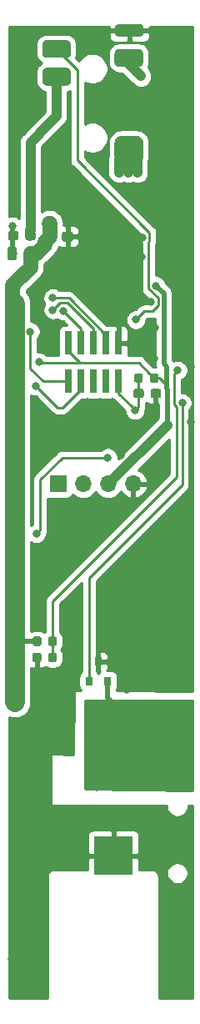
<source format=gbr>
G04 #@! TF.GenerationSoftware,KiCad,Pcbnew,(5.1.0)-1*
G04 #@! TF.CreationDate,2019-05-29T20:43:47+02:00*
G04 #@! TF.ProjectId,WELLER,57454c4c-4552-42e6-9b69-6361645f7063,rev?*
G04 #@! TF.SameCoordinates,Original*
G04 #@! TF.FileFunction,Copper,L2,Bot*
G04 #@! TF.FilePolarity,Positive*
%FSLAX46Y46*%
G04 Gerber Fmt 4.6, Leading zero omitted, Abs format (unit mm)*
G04 Created by KiCad (PCBNEW (5.1.0)-1) date 2019-05-29 20:43:47*
%MOMM*%
%LPD*%
G04 APERTURE LIST*
%ADD10C,0.100000*%
%ADD11C,1.800000*%
%ADD12C,2.800000*%
%ADD13C,1.200000*%
%ADD14R,4.000000X4.000000*%
%ADD15R,0.800000X0.900000*%
%ADD16C,0.875000*%
%ADD17R,0.740000X2.400000*%
%ADD18O,1.700000X1.700000*%
%ADD19R,1.700000X1.700000*%
%ADD20C,1.050000*%
%ADD21C,0.975000*%
%ADD22C,0.950000*%
%ADD23C,0.800000*%
%ADD24C,1.000000*%
%ADD25C,2.000000*%
%ADD26C,0.250000*%
%ADD27C,0.500000*%
%ADD28C,1.500000*%
%ADD29C,0.254000*%
G04 APERTURE END LIST*
D10*
G36*
X126539108Y-29852967D02*
G01*
X126582791Y-29859447D01*
X126625628Y-29870177D01*
X126667208Y-29885054D01*
X126707129Y-29903935D01*
X126745007Y-29926639D01*
X126780477Y-29952945D01*
X126813198Y-29982602D01*
X126842855Y-30015323D01*
X126869161Y-30050793D01*
X126891865Y-30088671D01*
X126910746Y-30128592D01*
X126925623Y-30170172D01*
X126936353Y-30213009D01*
X126942833Y-30256692D01*
X126945000Y-30300800D01*
X126945000Y-31200800D01*
X126942833Y-31244908D01*
X126936353Y-31288591D01*
X126925623Y-31331428D01*
X126910746Y-31373008D01*
X126891865Y-31412929D01*
X126869161Y-31450807D01*
X126842855Y-31486277D01*
X126813198Y-31518998D01*
X126780477Y-31548655D01*
X126745007Y-31574961D01*
X126707129Y-31597665D01*
X126667208Y-31616546D01*
X126625628Y-31631423D01*
X126582791Y-31642153D01*
X126539108Y-31648633D01*
X126495000Y-31650800D01*
X124495000Y-31650800D01*
X124450892Y-31648633D01*
X124407209Y-31642153D01*
X124364372Y-31631423D01*
X124322792Y-31616546D01*
X124282871Y-31597665D01*
X124244993Y-31574961D01*
X124209523Y-31548655D01*
X124176802Y-31518998D01*
X124147145Y-31486277D01*
X124120839Y-31450807D01*
X124098135Y-31412929D01*
X124079254Y-31373008D01*
X124064377Y-31331428D01*
X124053647Y-31288591D01*
X124047167Y-31244908D01*
X124045000Y-31200800D01*
X124045000Y-30300800D01*
X124047167Y-30256692D01*
X124053647Y-30213009D01*
X124064377Y-30170172D01*
X124079254Y-30128592D01*
X124098135Y-30088671D01*
X124120839Y-30050793D01*
X124147145Y-30015323D01*
X124176802Y-29982602D01*
X124209523Y-29952945D01*
X124244993Y-29926639D01*
X124282871Y-29903935D01*
X124322792Y-29885054D01*
X124364372Y-29870177D01*
X124407209Y-29859447D01*
X124450892Y-29852967D01*
X124495000Y-29850800D01*
X126495000Y-29850800D01*
X126539108Y-29852967D01*
X126539108Y-29852967D01*
G37*
D11*
X125495000Y-30750800D03*
D10*
G36*
X126539108Y-27052967D02*
G01*
X126582791Y-27059447D01*
X126625628Y-27070177D01*
X126667208Y-27085054D01*
X126707129Y-27103935D01*
X126745007Y-27126639D01*
X126780477Y-27152945D01*
X126813198Y-27182602D01*
X126842855Y-27215323D01*
X126869161Y-27250793D01*
X126891865Y-27288671D01*
X126910746Y-27328592D01*
X126925623Y-27370172D01*
X126936353Y-27413009D01*
X126942833Y-27456692D01*
X126945000Y-27500800D01*
X126945000Y-28400800D01*
X126942833Y-28444908D01*
X126936353Y-28488591D01*
X126925623Y-28531428D01*
X126910746Y-28573008D01*
X126891865Y-28612929D01*
X126869161Y-28650807D01*
X126842855Y-28686277D01*
X126813198Y-28718998D01*
X126780477Y-28748655D01*
X126745007Y-28774961D01*
X126707129Y-28797665D01*
X126667208Y-28816546D01*
X126625628Y-28831423D01*
X126582791Y-28842153D01*
X126539108Y-28848633D01*
X126495000Y-28850800D01*
X124495000Y-28850800D01*
X124450892Y-28848633D01*
X124407209Y-28842153D01*
X124364372Y-28831423D01*
X124322792Y-28816546D01*
X124282871Y-28797665D01*
X124244993Y-28774961D01*
X124209523Y-28748655D01*
X124176802Y-28718998D01*
X124147145Y-28686277D01*
X124120839Y-28650807D01*
X124098135Y-28612929D01*
X124079254Y-28573008D01*
X124064377Y-28531428D01*
X124053647Y-28488591D01*
X124047167Y-28444908D01*
X124045000Y-28400800D01*
X124045000Y-27500800D01*
X124047167Y-27456692D01*
X124053647Y-27413009D01*
X124064377Y-27370172D01*
X124079254Y-27328592D01*
X124098135Y-27288671D01*
X124120839Y-27250793D01*
X124147145Y-27215323D01*
X124176802Y-27182602D01*
X124209523Y-27152945D01*
X124244993Y-27126639D01*
X124282871Y-27103935D01*
X124322792Y-27085054D01*
X124364372Y-27070177D01*
X124407209Y-27059447D01*
X124450892Y-27052967D01*
X124495000Y-27050800D01*
X126495000Y-27050800D01*
X126539108Y-27052967D01*
X126539108Y-27052967D01*
G37*
D11*
X125495000Y-27950800D03*
D10*
G36*
X133663612Y-36754171D02*
G01*
X133731563Y-36764250D01*
X133798199Y-36780942D01*
X133862878Y-36804084D01*
X133924978Y-36833455D01*
X133983899Y-36868771D01*
X134039075Y-36909693D01*
X134089975Y-36955825D01*
X134136107Y-37006725D01*
X134177029Y-37061901D01*
X134212345Y-37120822D01*
X134241716Y-37182922D01*
X134264858Y-37247601D01*
X134281550Y-37314237D01*
X134291629Y-37382188D01*
X134295000Y-37450800D01*
X134295000Y-38850800D01*
X134291629Y-38919412D01*
X134281550Y-38987363D01*
X134264858Y-39053999D01*
X134241716Y-39118678D01*
X134212345Y-39180778D01*
X134177029Y-39239699D01*
X134136107Y-39294875D01*
X134089975Y-39345775D01*
X134039075Y-39391907D01*
X133983899Y-39432829D01*
X133924978Y-39468145D01*
X133862878Y-39497516D01*
X133798199Y-39520658D01*
X133731563Y-39537350D01*
X133663612Y-39547429D01*
X133595000Y-39550800D01*
X132095000Y-39550800D01*
X132026388Y-39547429D01*
X131958437Y-39537350D01*
X131891801Y-39520658D01*
X131827122Y-39497516D01*
X131765022Y-39468145D01*
X131706101Y-39432829D01*
X131650925Y-39391907D01*
X131600025Y-39345775D01*
X131553893Y-39294875D01*
X131512971Y-39239699D01*
X131477655Y-39180778D01*
X131448284Y-39118678D01*
X131425142Y-39053999D01*
X131408450Y-38987363D01*
X131398371Y-38919412D01*
X131395000Y-38850800D01*
X131395000Y-37450800D01*
X131398371Y-37382188D01*
X131408450Y-37314237D01*
X131425142Y-37247601D01*
X131448284Y-37182922D01*
X131477655Y-37120822D01*
X131512971Y-37061901D01*
X131553893Y-37006725D01*
X131600025Y-36955825D01*
X131650925Y-36909693D01*
X131706101Y-36868771D01*
X131765022Y-36833455D01*
X131827122Y-36804084D01*
X131891801Y-36780942D01*
X131958437Y-36764250D01*
X132026388Y-36754171D01*
X132095000Y-36750800D01*
X133595000Y-36750800D01*
X133663612Y-36754171D01*
X133663612Y-36754171D01*
G37*
D12*
X132845000Y-38150800D03*
D10*
G36*
X133889108Y-27952967D02*
G01*
X133932791Y-27959447D01*
X133975628Y-27970177D01*
X134017208Y-27985054D01*
X134057129Y-28003935D01*
X134095007Y-28026639D01*
X134130477Y-28052945D01*
X134163198Y-28082602D01*
X134192855Y-28115323D01*
X134219161Y-28150793D01*
X134241865Y-28188671D01*
X134260746Y-28228592D01*
X134275623Y-28270172D01*
X134286353Y-28313009D01*
X134292833Y-28356692D01*
X134295000Y-28400800D01*
X134295000Y-29300800D01*
X134292833Y-29344908D01*
X134286353Y-29388591D01*
X134275623Y-29431428D01*
X134260746Y-29473008D01*
X134241865Y-29512929D01*
X134219161Y-29550807D01*
X134192855Y-29586277D01*
X134163198Y-29618998D01*
X134130477Y-29648655D01*
X134095007Y-29674961D01*
X134057129Y-29697665D01*
X134017208Y-29716546D01*
X133975628Y-29731423D01*
X133932791Y-29742153D01*
X133889108Y-29748633D01*
X133845000Y-29750800D01*
X131845000Y-29750800D01*
X131800892Y-29748633D01*
X131757209Y-29742153D01*
X131714372Y-29731423D01*
X131672792Y-29716546D01*
X131632871Y-29697665D01*
X131594993Y-29674961D01*
X131559523Y-29648655D01*
X131526802Y-29618998D01*
X131497145Y-29586277D01*
X131470839Y-29550807D01*
X131448135Y-29512929D01*
X131429254Y-29473008D01*
X131414377Y-29431428D01*
X131403647Y-29388591D01*
X131397167Y-29344908D01*
X131395000Y-29300800D01*
X131395000Y-28400800D01*
X131397167Y-28356692D01*
X131403647Y-28313009D01*
X131414377Y-28270172D01*
X131429254Y-28228592D01*
X131448135Y-28188671D01*
X131470839Y-28150793D01*
X131497145Y-28115323D01*
X131526802Y-28082602D01*
X131559523Y-28052945D01*
X131594993Y-28026639D01*
X131632871Y-28003935D01*
X131672792Y-27985054D01*
X131714372Y-27970177D01*
X131757209Y-27959447D01*
X131800892Y-27952967D01*
X131845000Y-27950800D01*
X133845000Y-27950800D01*
X133889108Y-27952967D01*
X133889108Y-27952967D01*
G37*
D11*
X132845000Y-28850800D03*
D10*
G36*
X134074405Y-25452245D02*
G01*
X134103527Y-25456564D01*
X134132085Y-25463718D01*
X134159805Y-25473636D01*
X134186419Y-25486224D01*
X134211671Y-25501359D01*
X134235318Y-25518897D01*
X134257132Y-25538668D01*
X134276903Y-25560482D01*
X134294441Y-25584129D01*
X134309576Y-25609381D01*
X134322164Y-25635995D01*
X134332082Y-25663715D01*
X134339236Y-25692273D01*
X134343555Y-25721395D01*
X134345000Y-25750800D01*
X134345000Y-26350800D01*
X134343555Y-26380205D01*
X134339236Y-26409327D01*
X134332082Y-26437885D01*
X134322164Y-26465605D01*
X134309576Y-26492219D01*
X134294441Y-26517471D01*
X134276903Y-26541118D01*
X134257132Y-26562932D01*
X134235318Y-26582703D01*
X134211671Y-26600241D01*
X134186419Y-26615376D01*
X134159805Y-26627964D01*
X134132085Y-26637882D01*
X134103527Y-26645036D01*
X134074405Y-26649355D01*
X134045000Y-26650800D01*
X131745000Y-26650800D01*
X131715595Y-26649355D01*
X131686473Y-26645036D01*
X131657915Y-26637882D01*
X131630195Y-26627964D01*
X131603581Y-26615376D01*
X131578329Y-26600241D01*
X131554682Y-26582703D01*
X131532868Y-26562932D01*
X131513097Y-26541118D01*
X131495559Y-26517471D01*
X131480424Y-26492219D01*
X131467836Y-26465605D01*
X131457918Y-26437885D01*
X131450764Y-26409327D01*
X131446445Y-26380205D01*
X131445000Y-26350800D01*
X131445000Y-25750800D01*
X131446445Y-25721395D01*
X131450764Y-25692273D01*
X131457918Y-25663715D01*
X131467836Y-25635995D01*
X131480424Y-25609381D01*
X131495559Y-25584129D01*
X131513097Y-25560482D01*
X131532868Y-25538668D01*
X131554682Y-25518897D01*
X131578329Y-25501359D01*
X131603581Y-25486224D01*
X131630195Y-25473636D01*
X131657915Y-25463718D01*
X131686473Y-25456564D01*
X131715595Y-25452245D01*
X131745000Y-25450800D01*
X134045000Y-25450800D01*
X134074405Y-25452245D01*
X134074405Y-25452245D01*
G37*
D13*
X132895000Y-26050800D03*
D14*
X131275800Y-109861600D03*
D15*
X129743200Y-90135200D03*
X128793200Y-92135200D03*
X130693200Y-92135200D03*
D10*
G36*
X123755211Y-89249013D02*
G01*
X123776446Y-89252163D01*
X123797270Y-89257379D01*
X123817482Y-89264611D01*
X123836888Y-89273790D01*
X123855301Y-89284826D01*
X123872544Y-89297614D01*
X123888450Y-89312030D01*
X123902866Y-89327936D01*
X123915654Y-89345179D01*
X123926690Y-89363592D01*
X123935869Y-89382998D01*
X123943101Y-89403210D01*
X123948317Y-89424034D01*
X123951467Y-89445269D01*
X123952520Y-89466710D01*
X123952520Y-89979210D01*
X123951467Y-90000651D01*
X123948317Y-90021886D01*
X123943101Y-90042710D01*
X123935869Y-90062922D01*
X123926690Y-90082328D01*
X123915654Y-90100741D01*
X123902866Y-90117984D01*
X123888450Y-90133890D01*
X123872544Y-90148306D01*
X123855301Y-90161094D01*
X123836888Y-90172130D01*
X123817482Y-90181309D01*
X123797270Y-90188541D01*
X123776446Y-90193757D01*
X123755211Y-90196907D01*
X123733770Y-90197960D01*
X123296270Y-90197960D01*
X123274829Y-90196907D01*
X123253594Y-90193757D01*
X123232770Y-90188541D01*
X123212558Y-90181309D01*
X123193152Y-90172130D01*
X123174739Y-90161094D01*
X123157496Y-90148306D01*
X123141590Y-90133890D01*
X123127174Y-90117984D01*
X123114386Y-90100741D01*
X123103350Y-90082328D01*
X123094171Y-90062922D01*
X123086939Y-90042710D01*
X123081723Y-90021886D01*
X123078573Y-90000651D01*
X123077520Y-89979210D01*
X123077520Y-89466710D01*
X123078573Y-89445269D01*
X123081723Y-89424034D01*
X123086939Y-89403210D01*
X123094171Y-89382998D01*
X123103350Y-89363592D01*
X123114386Y-89345179D01*
X123127174Y-89327936D01*
X123141590Y-89312030D01*
X123157496Y-89297614D01*
X123174739Y-89284826D01*
X123193152Y-89273790D01*
X123212558Y-89264611D01*
X123232770Y-89257379D01*
X123253594Y-89252163D01*
X123274829Y-89249013D01*
X123296270Y-89247960D01*
X123733770Y-89247960D01*
X123755211Y-89249013D01*
X123755211Y-89249013D01*
G37*
D16*
X123515020Y-89722960D03*
D10*
G36*
X125330211Y-89249013D02*
G01*
X125351446Y-89252163D01*
X125372270Y-89257379D01*
X125392482Y-89264611D01*
X125411888Y-89273790D01*
X125430301Y-89284826D01*
X125447544Y-89297614D01*
X125463450Y-89312030D01*
X125477866Y-89327936D01*
X125490654Y-89345179D01*
X125501690Y-89363592D01*
X125510869Y-89382998D01*
X125518101Y-89403210D01*
X125523317Y-89424034D01*
X125526467Y-89445269D01*
X125527520Y-89466710D01*
X125527520Y-89979210D01*
X125526467Y-90000651D01*
X125523317Y-90021886D01*
X125518101Y-90042710D01*
X125510869Y-90062922D01*
X125501690Y-90082328D01*
X125490654Y-90100741D01*
X125477866Y-90117984D01*
X125463450Y-90133890D01*
X125447544Y-90148306D01*
X125430301Y-90161094D01*
X125411888Y-90172130D01*
X125392482Y-90181309D01*
X125372270Y-90188541D01*
X125351446Y-90193757D01*
X125330211Y-90196907D01*
X125308770Y-90197960D01*
X124871270Y-90197960D01*
X124849829Y-90196907D01*
X124828594Y-90193757D01*
X124807770Y-90188541D01*
X124787558Y-90181309D01*
X124768152Y-90172130D01*
X124749739Y-90161094D01*
X124732496Y-90148306D01*
X124716590Y-90133890D01*
X124702174Y-90117984D01*
X124689386Y-90100741D01*
X124678350Y-90082328D01*
X124669171Y-90062922D01*
X124661939Y-90042710D01*
X124656723Y-90021886D01*
X124653573Y-90000651D01*
X124652520Y-89979210D01*
X124652520Y-89466710D01*
X124653573Y-89445269D01*
X124656723Y-89424034D01*
X124661939Y-89403210D01*
X124669171Y-89382998D01*
X124678350Y-89363592D01*
X124689386Y-89345179D01*
X124702174Y-89327936D01*
X124716590Y-89312030D01*
X124732496Y-89297614D01*
X124749739Y-89284826D01*
X124768152Y-89273790D01*
X124787558Y-89264611D01*
X124807770Y-89257379D01*
X124828594Y-89252163D01*
X124849829Y-89249013D01*
X124871270Y-89247960D01*
X125308770Y-89247960D01*
X125330211Y-89249013D01*
X125330211Y-89249013D01*
G37*
D16*
X125090020Y-89722960D03*
D10*
G36*
X125335291Y-87598013D02*
G01*
X125356526Y-87601163D01*
X125377350Y-87606379D01*
X125397562Y-87613611D01*
X125416968Y-87622790D01*
X125435381Y-87633826D01*
X125452624Y-87646614D01*
X125468530Y-87661030D01*
X125482946Y-87676936D01*
X125495734Y-87694179D01*
X125506770Y-87712592D01*
X125515949Y-87731998D01*
X125523181Y-87752210D01*
X125528397Y-87773034D01*
X125531547Y-87794269D01*
X125532600Y-87815710D01*
X125532600Y-88328210D01*
X125531547Y-88349651D01*
X125528397Y-88370886D01*
X125523181Y-88391710D01*
X125515949Y-88411922D01*
X125506770Y-88431328D01*
X125495734Y-88449741D01*
X125482946Y-88466984D01*
X125468530Y-88482890D01*
X125452624Y-88497306D01*
X125435381Y-88510094D01*
X125416968Y-88521130D01*
X125397562Y-88530309D01*
X125377350Y-88537541D01*
X125356526Y-88542757D01*
X125335291Y-88545907D01*
X125313850Y-88546960D01*
X124876350Y-88546960D01*
X124854909Y-88545907D01*
X124833674Y-88542757D01*
X124812850Y-88537541D01*
X124792638Y-88530309D01*
X124773232Y-88521130D01*
X124754819Y-88510094D01*
X124737576Y-88497306D01*
X124721670Y-88482890D01*
X124707254Y-88466984D01*
X124694466Y-88449741D01*
X124683430Y-88431328D01*
X124674251Y-88411922D01*
X124667019Y-88391710D01*
X124661803Y-88370886D01*
X124658653Y-88349651D01*
X124657600Y-88328210D01*
X124657600Y-87815710D01*
X124658653Y-87794269D01*
X124661803Y-87773034D01*
X124667019Y-87752210D01*
X124674251Y-87731998D01*
X124683430Y-87712592D01*
X124694466Y-87694179D01*
X124707254Y-87676936D01*
X124721670Y-87661030D01*
X124737576Y-87646614D01*
X124754819Y-87633826D01*
X124773232Y-87622790D01*
X124792638Y-87613611D01*
X124812850Y-87606379D01*
X124833674Y-87601163D01*
X124854909Y-87598013D01*
X124876350Y-87596960D01*
X125313850Y-87596960D01*
X125335291Y-87598013D01*
X125335291Y-87598013D01*
G37*
D16*
X125095100Y-88071960D03*
D10*
G36*
X123760291Y-87598013D02*
G01*
X123781526Y-87601163D01*
X123802350Y-87606379D01*
X123822562Y-87613611D01*
X123841968Y-87622790D01*
X123860381Y-87633826D01*
X123877624Y-87646614D01*
X123893530Y-87661030D01*
X123907946Y-87676936D01*
X123920734Y-87694179D01*
X123931770Y-87712592D01*
X123940949Y-87731998D01*
X123948181Y-87752210D01*
X123953397Y-87773034D01*
X123956547Y-87794269D01*
X123957600Y-87815710D01*
X123957600Y-88328210D01*
X123956547Y-88349651D01*
X123953397Y-88370886D01*
X123948181Y-88391710D01*
X123940949Y-88411922D01*
X123931770Y-88431328D01*
X123920734Y-88449741D01*
X123907946Y-88466984D01*
X123893530Y-88482890D01*
X123877624Y-88497306D01*
X123860381Y-88510094D01*
X123841968Y-88521130D01*
X123822562Y-88530309D01*
X123802350Y-88537541D01*
X123781526Y-88542757D01*
X123760291Y-88545907D01*
X123738850Y-88546960D01*
X123301350Y-88546960D01*
X123279909Y-88545907D01*
X123258674Y-88542757D01*
X123237850Y-88537541D01*
X123217638Y-88530309D01*
X123198232Y-88521130D01*
X123179819Y-88510094D01*
X123162576Y-88497306D01*
X123146670Y-88482890D01*
X123132254Y-88466984D01*
X123119466Y-88449741D01*
X123108430Y-88431328D01*
X123099251Y-88411922D01*
X123092019Y-88391710D01*
X123086803Y-88370886D01*
X123083653Y-88349651D01*
X123082600Y-88328210D01*
X123082600Y-87815710D01*
X123083653Y-87794269D01*
X123086803Y-87773034D01*
X123092019Y-87752210D01*
X123099251Y-87731998D01*
X123108430Y-87712592D01*
X123119466Y-87694179D01*
X123132254Y-87676936D01*
X123146670Y-87661030D01*
X123162576Y-87646614D01*
X123179819Y-87633826D01*
X123198232Y-87622790D01*
X123217638Y-87613611D01*
X123237850Y-87606379D01*
X123258674Y-87601163D01*
X123279909Y-87598013D01*
X123301350Y-87596960D01*
X123738850Y-87596960D01*
X123760291Y-87598013D01*
X123760291Y-87598013D01*
G37*
D16*
X123520100Y-88071960D03*
D17*
X131780280Y-61690800D03*
X131780280Y-57790800D03*
X130510280Y-61690800D03*
X130510280Y-57790800D03*
X129240280Y-61690800D03*
X129240280Y-57790800D03*
X127970280Y-61690800D03*
X127970280Y-57790800D03*
X126700280Y-61690800D03*
X126700280Y-57790800D03*
D18*
X133299200Y-72110600D03*
X130759200Y-72110600D03*
X128219200Y-72110600D03*
D19*
X125679200Y-72110600D03*
D10*
G36*
X126954505Y-46466204D02*
G01*
X126978773Y-46469804D01*
X127002572Y-46475765D01*
X127025671Y-46484030D01*
X127047850Y-46494520D01*
X127068893Y-46507132D01*
X127088599Y-46521747D01*
X127106777Y-46538223D01*
X127123253Y-46556401D01*
X127137868Y-46576107D01*
X127150480Y-46597150D01*
X127160970Y-46619329D01*
X127169235Y-46642428D01*
X127175196Y-46666227D01*
X127178796Y-46690495D01*
X127180000Y-46714999D01*
X127180000Y-47265001D01*
X127178796Y-47289505D01*
X127175196Y-47313773D01*
X127169235Y-47337572D01*
X127160970Y-47360671D01*
X127150480Y-47382850D01*
X127137868Y-47403893D01*
X127123253Y-47423599D01*
X127106777Y-47441777D01*
X127088599Y-47458253D01*
X127068893Y-47472868D01*
X127047850Y-47485480D01*
X127025671Y-47495970D01*
X127002572Y-47504235D01*
X126978773Y-47510196D01*
X126954505Y-47513796D01*
X126930001Y-47515000D01*
X126304999Y-47515000D01*
X126280495Y-47513796D01*
X126256227Y-47510196D01*
X126232428Y-47504235D01*
X126209329Y-47495970D01*
X126187150Y-47485480D01*
X126166107Y-47472868D01*
X126146401Y-47458253D01*
X126128223Y-47441777D01*
X126111747Y-47423599D01*
X126097132Y-47403893D01*
X126084520Y-47382850D01*
X126074030Y-47360671D01*
X126065765Y-47337572D01*
X126059804Y-47313773D01*
X126056204Y-47289505D01*
X126055000Y-47265001D01*
X126055000Y-46714999D01*
X126056204Y-46690495D01*
X126059804Y-46666227D01*
X126065765Y-46642428D01*
X126074030Y-46619329D01*
X126084520Y-46597150D01*
X126097132Y-46576107D01*
X126111747Y-46556401D01*
X126128223Y-46538223D01*
X126146401Y-46521747D01*
X126166107Y-46507132D01*
X126187150Y-46494520D01*
X126209329Y-46484030D01*
X126232428Y-46475765D01*
X126256227Y-46469804D01*
X126280495Y-46466204D01*
X126304999Y-46465000D01*
X126930001Y-46465000D01*
X126954505Y-46466204D01*
X126954505Y-46466204D01*
G37*
D20*
X126617500Y-46990000D03*
D10*
G36*
X125179505Y-46466204D02*
G01*
X125203773Y-46469804D01*
X125227572Y-46475765D01*
X125250671Y-46484030D01*
X125272850Y-46494520D01*
X125293893Y-46507132D01*
X125313599Y-46521747D01*
X125331777Y-46538223D01*
X125348253Y-46556401D01*
X125362868Y-46576107D01*
X125375480Y-46597150D01*
X125385970Y-46619329D01*
X125394235Y-46642428D01*
X125400196Y-46666227D01*
X125403796Y-46690495D01*
X125405000Y-46714999D01*
X125405000Y-47265001D01*
X125403796Y-47289505D01*
X125400196Y-47313773D01*
X125394235Y-47337572D01*
X125385970Y-47360671D01*
X125375480Y-47382850D01*
X125362868Y-47403893D01*
X125348253Y-47423599D01*
X125331777Y-47441777D01*
X125313599Y-47458253D01*
X125293893Y-47472868D01*
X125272850Y-47485480D01*
X125250671Y-47495970D01*
X125227572Y-47504235D01*
X125203773Y-47510196D01*
X125179505Y-47513796D01*
X125155001Y-47515000D01*
X124529999Y-47515000D01*
X124505495Y-47513796D01*
X124481227Y-47510196D01*
X124457428Y-47504235D01*
X124434329Y-47495970D01*
X124412150Y-47485480D01*
X124391107Y-47472868D01*
X124371401Y-47458253D01*
X124353223Y-47441777D01*
X124336747Y-47423599D01*
X124322132Y-47403893D01*
X124309520Y-47382850D01*
X124299030Y-47360671D01*
X124290765Y-47337572D01*
X124284804Y-47313773D01*
X124281204Y-47289505D01*
X124280000Y-47265001D01*
X124280000Y-46714999D01*
X124281204Y-46690495D01*
X124284804Y-46666227D01*
X124290765Y-46642428D01*
X124299030Y-46619329D01*
X124309520Y-46597150D01*
X124322132Y-46576107D01*
X124336747Y-46556401D01*
X124353223Y-46538223D01*
X124371401Y-46521747D01*
X124391107Y-46507132D01*
X124412150Y-46494520D01*
X124434329Y-46484030D01*
X124457428Y-46475765D01*
X124481227Y-46469804D01*
X124505495Y-46466204D01*
X124529999Y-46465000D01*
X125155001Y-46465000D01*
X125179505Y-46466204D01*
X125179505Y-46466204D01*
G37*
D20*
X124842500Y-46990000D03*
D10*
G36*
X123127442Y-47992974D02*
G01*
X123151103Y-47996484D01*
X123174307Y-48002296D01*
X123196829Y-48010354D01*
X123218453Y-48020582D01*
X123238970Y-48032879D01*
X123258183Y-48047129D01*
X123275907Y-48063193D01*
X123291971Y-48080917D01*
X123306221Y-48100130D01*
X123318518Y-48120647D01*
X123328746Y-48142271D01*
X123336804Y-48164793D01*
X123342616Y-48187997D01*
X123346126Y-48211658D01*
X123347300Y-48235550D01*
X123347300Y-49148050D01*
X123346126Y-49171942D01*
X123342616Y-49195603D01*
X123336804Y-49218807D01*
X123328746Y-49241329D01*
X123318518Y-49262953D01*
X123306221Y-49283470D01*
X123291971Y-49302683D01*
X123275907Y-49320407D01*
X123258183Y-49336471D01*
X123238970Y-49350721D01*
X123218453Y-49363018D01*
X123196829Y-49373246D01*
X123174307Y-49381304D01*
X123151103Y-49387116D01*
X123127442Y-49390626D01*
X123103550Y-49391800D01*
X122616050Y-49391800D01*
X122592158Y-49390626D01*
X122568497Y-49387116D01*
X122545293Y-49381304D01*
X122522771Y-49373246D01*
X122501147Y-49363018D01*
X122480630Y-49350721D01*
X122461417Y-49336471D01*
X122443693Y-49320407D01*
X122427629Y-49302683D01*
X122413379Y-49283470D01*
X122401082Y-49262953D01*
X122390854Y-49241329D01*
X122382796Y-49218807D01*
X122376984Y-49195603D01*
X122373474Y-49171942D01*
X122372300Y-49148050D01*
X122372300Y-48235550D01*
X122373474Y-48211658D01*
X122376984Y-48187997D01*
X122382796Y-48164793D01*
X122390854Y-48142271D01*
X122401082Y-48120647D01*
X122413379Y-48100130D01*
X122427629Y-48080917D01*
X122443693Y-48063193D01*
X122461417Y-48047129D01*
X122480630Y-48032879D01*
X122501147Y-48020582D01*
X122522771Y-48010354D01*
X122545293Y-48002296D01*
X122568497Y-47996484D01*
X122592158Y-47992974D01*
X122616050Y-47991800D01*
X123103550Y-47991800D01*
X123127442Y-47992974D01*
X123127442Y-47992974D01*
G37*
D21*
X122859800Y-48691800D03*
D10*
G36*
X121252442Y-47992974D02*
G01*
X121276103Y-47996484D01*
X121299307Y-48002296D01*
X121321829Y-48010354D01*
X121343453Y-48020582D01*
X121363970Y-48032879D01*
X121383183Y-48047129D01*
X121400907Y-48063193D01*
X121416971Y-48080917D01*
X121431221Y-48100130D01*
X121443518Y-48120647D01*
X121453746Y-48142271D01*
X121461804Y-48164793D01*
X121467616Y-48187997D01*
X121471126Y-48211658D01*
X121472300Y-48235550D01*
X121472300Y-49148050D01*
X121471126Y-49171942D01*
X121467616Y-49195603D01*
X121461804Y-49218807D01*
X121453746Y-49241329D01*
X121443518Y-49262953D01*
X121431221Y-49283470D01*
X121416971Y-49302683D01*
X121400907Y-49320407D01*
X121383183Y-49336471D01*
X121363970Y-49350721D01*
X121343453Y-49363018D01*
X121321829Y-49373246D01*
X121299307Y-49381304D01*
X121276103Y-49387116D01*
X121252442Y-49390626D01*
X121228550Y-49391800D01*
X120741050Y-49391800D01*
X120717158Y-49390626D01*
X120693497Y-49387116D01*
X120670293Y-49381304D01*
X120647771Y-49373246D01*
X120626147Y-49363018D01*
X120605630Y-49350721D01*
X120586417Y-49336471D01*
X120568693Y-49320407D01*
X120552629Y-49302683D01*
X120538379Y-49283470D01*
X120526082Y-49262953D01*
X120515854Y-49241329D01*
X120507796Y-49218807D01*
X120501984Y-49195603D01*
X120498474Y-49171942D01*
X120497300Y-49148050D01*
X120497300Y-48235550D01*
X120498474Y-48211658D01*
X120501984Y-48187997D01*
X120507796Y-48164793D01*
X120515854Y-48142271D01*
X120526082Y-48120647D01*
X120538379Y-48100130D01*
X120552629Y-48080917D01*
X120568693Y-48063193D01*
X120586417Y-48047129D01*
X120605630Y-48032879D01*
X120626147Y-48020582D01*
X120647771Y-48010354D01*
X120670293Y-48002296D01*
X120693497Y-47996484D01*
X120717158Y-47992974D01*
X120741050Y-47991800D01*
X121228550Y-47991800D01*
X121252442Y-47992974D01*
X121252442Y-47992974D01*
G37*
D21*
X120984800Y-48691800D03*
D10*
G36*
X135652771Y-60861973D02*
G01*
X135674006Y-60865123D01*
X135694830Y-60870339D01*
X135715042Y-60877571D01*
X135734448Y-60886750D01*
X135752861Y-60897786D01*
X135770104Y-60910574D01*
X135786010Y-60924990D01*
X135800426Y-60940896D01*
X135813214Y-60958139D01*
X135824250Y-60976552D01*
X135833429Y-60995958D01*
X135840661Y-61016170D01*
X135845877Y-61036994D01*
X135849027Y-61058229D01*
X135850080Y-61079670D01*
X135850080Y-61592170D01*
X135849027Y-61613611D01*
X135845877Y-61634846D01*
X135840661Y-61655670D01*
X135833429Y-61675882D01*
X135824250Y-61695288D01*
X135813214Y-61713701D01*
X135800426Y-61730944D01*
X135786010Y-61746850D01*
X135770104Y-61761266D01*
X135752861Y-61774054D01*
X135734448Y-61785090D01*
X135715042Y-61794269D01*
X135694830Y-61801501D01*
X135674006Y-61806717D01*
X135652771Y-61809867D01*
X135631330Y-61810920D01*
X135193830Y-61810920D01*
X135172389Y-61809867D01*
X135151154Y-61806717D01*
X135130330Y-61801501D01*
X135110118Y-61794269D01*
X135090712Y-61785090D01*
X135072299Y-61774054D01*
X135055056Y-61761266D01*
X135039150Y-61746850D01*
X135024734Y-61730944D01*
X135011946Y-61713701D01*
X135000910Y-61695288D01*
X134991731Y-61675882D01*
X134984499Y-61655670D01*
X134979283Y-61634846D01*
X134976133Y-61613611D01*
X134975080Y-61592170D01*
X134975080Y-61079670D01*
X134976133Y-61058229D01*
X134979283Y-61036994D01*
X134984499Y-61016170D01*
X134991731Y-60995958D01*
X135000910Y-60976552D01*
X135011946Y-60958139D01*
X135024734Y-60940896D01*
X135039150Y-60924990D01*
X135055056Y-60910574D01*
X135072299Y-60897786D01*
X135090712Y-60886750D01*
X135110118Y-60877571D01*
X135130330Y-60870339D01*
X135151154Y-60865123D01*
X135172389Y-60861973D01*
X135193830Y-60860920D01*
X135631330Y-60860920D01*
X135652771Y-60861973D01*
X135652771Y-60861973D01*
G37*
D16*
X135412580Y-61335920D03*
D10*
G36*
X134077771Y-60861973D02*
G01*
X134099006Y-60865123D01*
X134119830Y-60870339D01*
X134140042Y-60877571D01*
X134159448Y-60886750D01*
X134177861Y-60897786D01*
X134195104Y-60910574D01*
X134211010Y-60924990D01*
X134225426Y-60940896D01*
X134238214Y-60958139D01*
X134249250Y-60976552D01*
X134258429Y-60995958D01*
X134265661Y-61016170D01*
X134270877Y-61036994D01*
X134274027Y-61058229D01*
X134275080Y-61079670D01*
X134275080Y-61592170D01*
X134274027Y-61613611D01*
X134270877Y-61634846D01*
X134265661Y-61655670D01*
X134258429Y-61675882D01*
X134249250Y-61695288D01*
X134238214Y-61713701D01*
X134225426Y-61730944D01*
X134211010Y-61746850D01*
X134195104Y-61761266D01*
X134177861Y-61774054D01*
X134159448Y-61785090D01*
X134140042Y-61794269D01*
X134119830Y-61801501D01*
X134099006Y-61806717D01*
X134077771Y-61809867D01*
X134056330Y-61810920D01*
X133618830Y-61810920D01*
X133597389Y-61809867D01*
X133576154Y-61806717D01*
X133555330Y-61801501D01*
X133535118Y-61794269D01*
X133515712Y-61785090D01*
X133497299Y-61774054D01*
X133480056Y-61761266D01*
X133464150Y-61746850D01*
X133449734Y-61730944D01*
X133436946Y-61713701D01*
X133425910Y-61695288D01*
X133416731Y-61675882D01*
X133409499Y-61655670D01*
X133404283Y-61634846D01*
X133401133Y-61613611D01*
X133400080Y-61592170D01*
X133400080Y-61079670D01*
X133401133Y-61058229D01*
X133404283Y-61036994D01*
X133409499Y-61016170D01*
X133416731Y-60995958D01*
X133425910Y-60976552D01*
X133436946Y-60958139D01*
X133449734Y-60940896D01*
X133464150Y-60924990D01*
X133480056Y-60910574D01*
X133497299Y-60897786D01*
X133515712Y-60886750D01*
X133535118Y-60877571D01*
X133555330Y-60870339D01*
X133576154Y-60865123D01*
X133597389Y-60861973D01*
X133618830Y-60860920D01*
X134056330Y-60860920D01*
X134077771Y-60861973D01*
X134077771Y-60861973D01*
G37*
D16*
X133837580Y-61335920D03*
D10*
G36*
X134147219Y-62441944D02*
G01*
X134170274Y-62445363D01*
X134192883Y-62451027D01*
X134214827Y-62458879D01*
X134235897Y-62468844D01*
X134255888Y-62480826D01*
X134274608Y-62494710D01*
X134291878Y-62510362D01*
X134307530Y-62527632D01*
X134321414Y-62546352D01*
X134333396Y-62566343D01*
X134343361Y-62587413D01*
X134351213Y-62609357D01*
X134356877Y-62631966D01*
X134360296Y-62655021D01*
X134361440Y-62678300D01*
X134361440Y-63153300D01*
X134360296Y-63176579D01*
X134356877Y-63199634D01*
X134351213Y-63222243D01*
X134343361Y-63244187D01*
X134333396Y-63265257D01*
X134321414Y-63285248D01*
X134307530Y-63303968D01*
X134291878Y-63321238D01*
X134274608Y-63336890D01*
X134255888Y-63350774D01*
X134235897Y-63362756D01*
X134214827Y-63372721D01*
X134192883Y-63380573D01*
X134170274Y-63386237D01*
X134147219Y-63389656D01*
X134123940Y-63390800D01*
X133548940Y-63390800D01*
X133525661Y-63389656D01*
X133502606Y-63386237D01*
X133479997Y-63380573D01*
X133458053Y-63372721D01*
X133436983Y-63362756D01*
X133416992Y-63350774D01*
X133398272Y-63336890D01*
X133381002Y-63321238D01*
X133365350Y-63303968D01*
X133351466Y-63285248D01*
X133339484Y-63265257D01*
X133329519Y-63244187D01*
X133321667Y-63222243D01*
X133316003Y-63199634D01*
X133312584Y-63176579D01*
X133311440Y-63153300D01*
X133311440Y-62678300D01*
X133312584Y-62655021D01*
X133316003Y-62631966D01*
X133321667Y-62609357D01*
X133329519Y-62587413D01*
X133339484Y-62566343D01*
X133351466Y-62546352D01*
X133365350Y-62527632D01*
X133381002Y-62510362D01*
X133398272Y-62494710D01*
X133416992Y-62480826D01*
X133436983Y-62468844D01*
X133458053Y-62458879D01*
X133479997Y-62451027D01*
X133502606Y-62445363D01*
X133525661Y-62441944D01*
X133548940Y-62440800D01*
X134123940Y-62440800D01*
X134147219Y-62441944D01*
X134147219Y-62441944D01*
G37*
D22*
X133836440Y-62915800D03*
D10*
G36*
X135897219Y-62441944D02*
G01*
X135920274Y-62445363D01*
X135942883Y-62451027D01*
X135964827Y-62458879D01*
X135985897Y-62468844D01*
X136005888Y-62480826D01*
X136024608Y-62494710D01*
X136041878Y-62510362D01*
X136057530Y-62527632D01*
X136071414Y-62546352D01*
X136083396Y-62566343D01*
X136093361Y-62587413D01*
X136101213Y-62609357D01*
X136106877Y-62631966D01*
X136110296Y-62655021D01*
X136111440Y-62678300D01*
X136111440Y-63153300D01*
X136110296Y-63176579D01*
X136106877Y-63199634D01*
X136101213Y-63222243D01*
X136093361Y-63244187D01*
X136083396Y-63265257D01*
X136071414Y-63285248D01*
X136057530Y-63303968D01*
X136041878Y-63321238D01*
X136024608Y-63336890D01*
X136005888Y-63350774D01*
X135985897Y-63362756D01*
X135964827Y-63372721D01*
X135942883Y-63380573D01*
X135920274Y-63386237D01*
X135897219Y-63389656D01*
X135873940Y-63390800D01*
X135298940Y-63390800D01*
X135275661Y-63389656D01*
X135252606Y-63386237D01*
X135229997Y-63380573D01*
X135208053Y-63372721D01*
X135186983Y-63362756D01*
X135166992Y-63350774D01*
X135148272Y-63336890D01*
X135131002Y-63321238D01*
X135115350Y-63303968D01*
X135101466Y-63285248D01*
X135089484Y-63265257D01*
X135079519Y-63244187D01*
X135071667Y-63222243D01*
X135066003Y-63199634D01*
X135062584Y-63176579D01*
X135061440Y-63153300D01*
X135061440Y-62678300D01*
X135062584Y-62655021D01*
X135066003Y-62631966D01*
X135071667Y-62609357D01*
X135079519Y-62587413D01*
X135089484Y-62566343D01*
X135101466Y-62546352D01*
X135115350Y-62527632D01*
X135131002Y-62510362D01*
X135148272Y-62494710D01*
X135166992Y-62480826D01*
X135186983Y-62468844D01*
X135208053Y-62458879D01*
X135229997Y-62451027D01*
X135252606Y-62445363D01*
X135275661Y-62441944D01*
X135298940Y-62440800D01*
X135873940Y-62440800D01*
X135897219Y-62441944D01*
X135897219Y-62441944D01*
G37*
D22*
X135586440Y-62915800D03*
D10*
G36*
X123156579Y-46414544D02*
G01*
X123179634Y-46417963D01*
X123202243Y-46423627D01*
X123224187Y-46431479D01*
X123245257Y-46441444D01*
X123265248Y-46453426D01*
X123283968Y-46467310D01*
X123301238Y-46482962D01*
X123316890Y-46500232D01*
X123330774Y-46518952D01*
X123342756Y-46538943D01*
X123352721Y-46560013D01*
X123360573Y-46581957D01*
X123366237Y-46604566D01*
X123369656Y-46627621D01*
X123370800Y-46650900D01*
X123370800Y-47125900D01*
X123369656Y-47149179D01*
X123366237Y-47172234D01*
X123360573Y-47194843D01*
X123352721Y-47216787D01*
X123342756Y-47237857D01*
X123330774Y-47257848D01*
X123316890Y-47276568D01*
X123301238Y-47293838D01*
X123283968Y-47309490D01*
X123265248Y-47323374D01*
X123245257Y-47335356D01*
X123224187Y-47345321D01*
X123202243Y-47353173D01*
X123179634Y-47358837D01*
X123156579Y-47362256D01*
X123133300Y-47363400D01*
X122558300Y-47363400D01*
X122535021Y-47362256D01*
X122511966Y-47358837D01*
X122489357Y-47353173D01*
X122467413Y-47345321D01*
X122446343Y-47335356D01*
X122426352Y-47323374D01*
X122407632Y-47309490D01*
X122390362Y-47293838D01*
X122374710Y-47276568D01*
X122360826Y-47257848D01*
X122348844Y-47237857D01*
X122338879Y-47216787D01*
X122331027Y-47194843D01*
X122325363Y-47172234D01*
X122321944Y-47149179D01*
X122320800Y-47125900D01*
X122320800Y-46650900D01*
X122321944Y-46627621D01*
X122325363Y-46604566D01*
X122331027Y-46581957D01*
X122338879Y-46560013D01*
X122348844Y-46538943D01*
X122360826Y-46518952D01*
X122374710Y-46500232D01*
X122390362Y-46482962D01*
X122407632Y-46467310D01*
X122426352Y-46453426D01*
X122446343Y-46441444D01*
X122467413Y-46431479D01*
X122489357Y-46423627D01*
X122511966Y-46417963D01*
X122535021Y-46414544D01*
X122558300Y-46413400D01*
X123133300Y-46413400D01*
X123156579Y-46414544D01*
X123156579Y-46414544D01*
G37*
D22*
X122845800Y-46888400D03*
D10*
G36*
X121406579Y-46414544D02*
G01*
X121429634Y-46417963D01*
X121452243Y-46423627D01*
X121474187Y-46431479D01*
X121495257Y-46441444D01*
X121515248Y-46453426D01*
X121533968Y-46467310D01*
X121551238Y-46482962D01*
X121566890Y-46500232D01*
X121580774Y-46518952D01*
X121592756Y-46538943D01*
X121602721Y-46560013D01*
X121610573Y-46581957D01*
X121616237Y-46604566D01*
X121619656Y-46627621D01*
X121620800Y-46650900D01*
X121620800Y-47125900D01*
X121619656Y-47149179D01*
X121616237Y-47172234D01*
X121610573Y-47194843D01*
X121602721Y-47216787D01*
X121592756Y-47237857D01*
X121580774Y-47257848D01*
X121566890Y-47276568D01*
X121551238Y-47293838D01*
X121533968Y-47309490D01*
X121515248Y-47323374D01*
X121495257Y-47335356D01*
X121474187Y-47345321D01*
X121452243Y-47353173D01*
X121429634Y-47358837D01*
X121406579Y-47362256D01*
X121383300Y-47363400D01*
X120808300Y-47363400D01*
X120785021Y-47362256D01*
X120761966Y-47358837D01*
X120739357Y-47353173D01*
X120717413Y-47345321D01*
X120696343Y-47335356D01*
X120676352Y-47323374D01*
X120657632Y-47309490D01*
X120640362Y-47293838D01*
X120624710Y-47276568D01*
X120610826Y-47257848D01*
X120598844Y-47237857D01*
X120588879Y-47216787D01*
X120581027Y-47194843D01*
X120575363Y-47172234D01*
X120571944Y-47149179D01*
X120570800Y-47125900D01*
X120570800Y-46650900D01*
X120571944Y-46627621D01*
X120575363Y-46604566D01*
X120581027Y-46581957D01*
X120588879Y-46560013D01*
X120598844Y-46538943D01*
X120610826Y-46518952D01*
X120624710Y-46500232D01*
X120640362Y-46482962D01*
X120657632Y-46467310D01*
X120676352Y-46453426D01*
X120696343Y-46441444D01*
X120717413Y-46431479D01*
X120739357Y-46423627D01*
X120761966Y-46417963D01*
X120785021Y-46414544D01*
X120808300Y-46413400D01*
X121383300Y-46413400D01*
X121406579Y-46414544D01*
X121406579Y-46414544D01*
G37*
D22*
X121095800Y-46888400D03*
D23*
X131673600Y-66040000D03*
X135686800Y-69392800D03*
X132054600Y-69189600D03*
X132740400Y-84480400D03*
X132511800Y-86233000D03*
X125755400Y-96672400D03*
X128498600Y-49403000D03*
X133680200Y-53975000D03*
X137337800Y-47371000D03*
X130784600Y-49352200D03*
X132715000Y-49047400D03*
X134112000Y-49022000D03*
X134213600Y-47117000D03*
X131902200Y-53898800D03*
X135077200Y-53644800D03*
X135509000Y-56235600D03*
X135559800Y-38404800D03*
X135458200Y-34671000D03*
X123266200Y-78689200D03*
X123291600Y-81305400D03*
X124053600Y-95681800D03*
X138988800Y-75641200D03*
X138887200Y-74498200D03*
X125603000Y-42900600D03*
X128752600Y-43002200D03*
X128397000Y-45618400D03*
X126644400Y-48387000D03*
X129036482Y-68275200D03*
X132562600Y-79984600D03*
X125552200Y-75133200D03*
X126949200Y-76860400D03*
X120929400Y-52070000D03*
X121250010Y-83616800D03*
X121250010Y-84743990D03*
X121250010Y-85861590D03*
X121250010Y-86877590D03*
X121285000Y-87858600D03*
X124792500Y-45616100D03*
X121005600Y-45923200D03*
X138430000Y-102870000D03*
X135890000Y-102870000D03*
X132080000Y-102870000D03*
X129540000Y-102870000D03*
X129540000Y-95250000D03*
X138430000Y-95250000D03*
X138430000Y-99060000D03*
X135890000Y-96520000D03*
X135890000Y-99060000D03*
X135890000Y-100330000D03*
X135890000Y-101600000D03*
X135890000Y-97790000D03*
X130810000Y-96520000D03*
X132080000Y-97790000D03*
X132080000Y-100330000D03*
X130810000Y-101600000D03*
X138430000Y-96520000D03*
X138430000Y-97790000D03*
X138430000Y-100330000D03*
X138430000Y-101600000D03*
X137160000Y-101600000D03*
X137160000Y-99060000D03*
X137160000Y-96520000D03*
X134620000Y-102870000D03*
X134620000Y-95250000D03*
X135890000Y-95250000D03*
X132080000Y-95250000D03*
X136753600Y-66116200D03*
X129540000Y-96723200D03*
X135610600Y-51968400D03*
X122845800Y-46313400D03*
X124282200Y-123977400D03*
X135773160Y-76504800D03*
X137093960Y-75158600D03*
X137124440Y-89905840D03*
X138902440Y-89824560D03*
X139059920Y-88183720D03*
X137099040Y-87731600D03*
X137017760Y-85481160D03*
X138953240Y-85374480D03*
X138978640Y-83042760D03*
X137154920Y-82275680D03*
X137048240Y-79974440D03*
X139004040Y-78831440D03*
X137601960Y-76977240D03*
X129946400Y-84820760D03*
X130114040Y-86619080D03*
X126410720Y-84729320D03*
X127492760Y-85552280D03*
X130241040Y-81909920D03*
X132471160Y-82031840D03*
X132562600Y-89692480D03*
X132613400Y-92948760D03*
X130952240Y-90124280D03*
X126624080Y-89443560D03*
X124566680Y-97139760D03*
X127320040Y-92913200D03*
X127274320Y-91074240D03*
X123327160Y-91328240D03*
X123383040Y-94239080D03*
X125379480Y-91333320D03*
X125440440Y-93639640D03*
X121076720Y-99969320D03*
X123174760Y-101854000D03*
X121701560Y-102824280D03*
X121269760Y-117683280D03*
X121061480Y-118927880D03*
X120949720Y-120355360D03*
X123205240Y-85958680D03*
X123317000Y-83439000D03*
X134645400Y-65450720D03*
X133944360Y-66649600D03*
X139176760Y-60253880D03*
X137911840Y-58780680D03*
X135402320Y-59349640D03*
X139009120Y-58099960D03*
X138846560Y-62138560D03*
X139166600Y-65770760D03*
X123398280Y-62169040D03*
X122840022Y-56626760D03*
X123748800Y-59735720D03*
X122925840Y-40492680D03*
X122859800Y-39420800D03*
X122859800Y-38420040D03*
X122885200Y-37373560D03*
X123784360Y-36428680D03*
X124691140Y-35572700D03*
X131836160Y-40467280D03*
X132801360Y-40487600D03*
X133731000Y-40492680D03*
X133492240Y-64632840D03*
X133558280Y-55432960D03*
X130706600Y-69420000D03*
X123444000Y-77165200D03*
X134066280Y-30713680D03*
X121285000Y-94107000D03*
X121250010Y-92821190D03*
X121285000Y-91617800D03*
X121250010Y-90382790D03*
X121250010Y-89214390D03*
X125119799Y-53208678D03*
X125126936Y-54425053D03*
X126222760Y-54559198D03*
X137831910Y-60560850D03*
X138257280Y-63860680D03*
D24*
X122859800Y-48691800D02*
X123140700Y-48691800D01*
X121250010Y-53746400D02*
X120929400Y-53425790D01*
D25*
X121250010Y-83616800D02*
X121250010Y-83616800D01*
X121250010Y-83616800D02*
X121250010Y-84743990D01*
X121250010Y-84743990D02*
X121250010Y-85861590D01*
X121250010Y-85861590D02*
X121250010Y-86877590D01*
X121250010Y-86877590D02*
X121250010Y-87274400D01*
D26*
X120982500Y-47052500D02*
X120982500Y-48260000D01*
X121005600Y-45923200D02*
X121005600Y-46950600D01*
X121005600Y-46950600D02*
X121045000Y-46990000D01*
X121045000Y-46990000D02*
X120982500Y-47052500D01*
D27*
X120984800Y-46999400D02*
X121095800Y-46888400D01*
X120984800Y-48691800D02*
X120984800Y-46999400D01*
X121005600Y-46798200D02*
X121095800Y-46888400D01*
X121005600Y-45923200D02*
X121005600Y-46798200D01*
D24*
X136753600Y-66116200D02*
X130759200Y-72110600D01*
X122845800Y-46313400D02*
X122859800Y-46299400D01*
X122845800Y-46888400D02*
X122845800Y-46313400D01*
X122859800Y-46299400D02*
X122859800Y-45491400D01*
X122859800Y-40894000D02*
X122859800Y-40894000D01*
D26*
X126137640Y-64353440D02*
X125582680Y-64353440D01*
X123798279Y-62569039D02*
X123398280Y-62169040D01*
X127970280Y-62520800D02*
X126137640Y-64353440D01*
X127970280Y-61690800D02*
X127970280Y-62520800D01*
X125582680Y-64353440D02*
X123798279Y-62569039D01*
X122840022Y-60356022D02*
X122840022Y-56626760D01*
X126700280Y-61690800D02*
X124174800Y-61690800D01*
X124174800Y-61690800D02*
X122840022Y-60356022D01*
D27*
X130693200Y-93863200D02*
X132080000Y-95250000D01*
X130693200Y-92135200D02*
X130693200Y-93863200D01*
D26*
X136753600Y-62139440D02*
X136753600Y-62514480D01*
X135950080Y-61335920D02*
X136753600Y-62139440D01*
X135412580Y-61335920D02*
X135950080Y-61335920D01*
D27*
X136753600Y-62514480D02*
X136753600Y-66116200D01*
D26*
X126700280Y-57790800D02*
X126700280Y-56960800D01*
X134950968Y-60874308D02*
X135412580Y-61335920D01*
X133858100Y-59781440D02*
X134950968Y-60874308D01*
X126700280Y-57790800D02*
X126700280Y-58620800D01*
X126700280Y-58620800D02*
X127860920Y-59781440D01*
X123794520Y-59781440D02*
X123748800Y-59735720D01*
X128158240Y-59781440D02*
X123794520Y-59781440D01*
X128158240Y-59781440D02*
X133858100Y-59781440D01*
X127860920Y-59781440D02*
X128158240Y-59781440D01*
D27*
X136697720Y-62458600D02*
X136753600Y-62514480D01*
X136697720Y-60204026D02*
X136697720Y-62458600D01*
X136416225Y-59922531D02*
X136697720Y-60204026D01*
X135610600Y-51968400D02*
X136416225Y-52774025D01*
X136416225Y-52774025D02*
X136416225Y-59922531D01*
D24*
X122859800Y-45491400D02*
X122859800Y-41239440D01*
X122859800Y-41239440D02*
X122859800Y-40894000D01*
X122859800Y-37404040D02*
X122859800Y-38420040D01*
X125495000Y-30750800D02*
X125495000Y-34768840D01*
X125495000Y-34768840D02*
X124691140Y-35572700D01*
X122859800Y-39420800D02*
X122859800Y-41239440D01*
X122859800Y-38420040D02*
X122859800Y-39420800D01*
X124691140Y-35572700D02*
X122859800Y-37404040D01*
X131836160Y-39159640D02*
X132845000Y-38150800D01*
X131836160Y-40467280D02*
X131836160Y-39159640D01*
X132801360Y-38194440D02*
X132845000Y-38150800D01*
X132801360Y-40487600D02*
X132801360Y-38194440D01*
X133731000Y-39036800D02*
X132845000Y-38150800D01*
X133731000Y-40492680D02*
X133731000Y-39036800D01*
D26*
X133092241Y-64232841D02*
X133492240Y-64632840D01*
X131780280Y-62920880D02*
X133092241Y-64232841D01*
X131780280Y-61690800D02*
X131780280Y-62920880D01*
X133837580Y-64287500D02*
X133492240Y-64632840D01*
X133837580Y-61335920D02*
X133837580Y-64287500D01*
X134938601Y-46578203D02*
X127594360Y-39233962D01*
X134868920Y-47534682D02*
X134938601Y-47465001D01*
X134405201Y-54586039D02*
X135208963Y-54586039D01*
X133558280Y-55432960D02*
X134405201Y-54586039D01*
X134938601Y-47465001D02*
X134938601Y-46578203D01*
X135208963Y-54586039D02*
X135802201Y-53992801D01*
X135802201Y-53992801D02*
X135802201Y-53233003D01*
X135802201Y-53233003D02*
X134868920Y-52299722D01*
X134868920Y-52299722D02*
X134868920Y-47534682D01*
X127594360Y-30050160D02*
X125495000Y-27950800D01*
X127594360Y-39233962D02*
X127594360Y-30050160D01*
X130140915Y-69420000D02*
X130706600Y-69420000D01*
X126084798Y-69420000D02*
X130140915Y-69420000D01*
X123843999Y-71660799D02*
X126084798Y-69420000D01*
X123843999Y-76765201D02*
X123843999Y-71660799D01*
X123444000Y-77165200D02*
X123843999Y-76765201D01*
D24*
X132845000Y-28850800D02*
X132845000Y-29492400D01*
X132845000Y-29492400D02*
X134066280Y-30713680D01*
D25*
X121250010Y-94218190D02*
X121285000Y-94253180D01*
X121250010Y-81194210D02*
X121250010Y-89214390D01*
X121250010Y-83616800D02*
X121250010Y-81194210D01*
X121250010Y-92821190D02*
X121250010Y-94218190D01*
X121250010Y-90382790D02*
X121250010Y-92821190D01*
X121250010Y-89214390D02*
X121250010Y-90382790D01*
D28*
X120990010Y-52009390D02*
X120990010Y-52613210D01*
X122859800Y-48691800D02*
X122859800Y-50139600D01*
X124302326Y-47530174D02*
X124842500Y-46990000D01*
X124302326Y-47836774D02*
X124302326Y-47530174D01*
X123447300Y-48691800D02*
X124302326Y-47836774D01*
X122859800Y-48691800D02*
X123447300Y-48691800D01*
X124842500Y-45666100D02*
X124792500Y-45616100D01*
X124842500Y-46990000D02*
X124842500Y-45666100D01*
X122859800Y-50139600D02*
X121475500Y-51523900D01*
X121475500Y-51523900D02*
X120990010Y-52009390D01*
D27*
X121498360Y-88071960D02*
X121285000Y-87858600D01*
X123520100Y-88071960D02*
X121498360Y-88071960D01*
D28*
X121057679Y-51941721D02*
X121475500Y-51523900D01*
X121250010Y-53746400D02*
X121057679Y-53554069D01*
X121057679Y-53554069D02*
X121057679Y-51941721D01*
D25*
X121250010Y-58517816D02*
X121240010Y-58507816D01*
X121250010Y-81194210D02*
X121250010Y-58517816D01*
X121240010Y-53756400D02*
X121250010Y-53746400D01*
X121240010Y-58507816D02*
X121240010Y-53756400D01*
D26*
X126758158Y-53208678D02*
X125685484Y-53208678D01*
X130510280Y-56960800D02*
X126758158Y-53208678D01*
X125685484Y-53208678D02*
X125119799Y-53208678D01*
X130510280Y-57790800D02*
X130510280Y-56960800D01*
X129240280Y-56340800D02*
X126637158Y-53737678D01*
X125526935Y-54025054D02*
X125126936Y-54425053D01*
X126637158Y-53737678D02*
X125814311Y-53737678D01*
X125814311Y-53737678D02*
X125526935Y-54025054D01*
X129240280Y-57790800D02*
X129240280Y-56340800D01*
X126622759Y-54959197D02*
X126222760Y-54559198D01*
X127970280Y-56306718D02*
X126622759Y-54959197D01*
X127970280Y-57790800D02*
X127970280Y-56306718D01*
X125095100Y-89717880D02*
X125090020Y-89722960D01*
X125095100Y-88071960D02*
X125095100Y-89717880D01*
X125095100Y-83992620D02*
X137688321Y-71399399D01*
X137431911Y-64057515D02*
X137431911Y-60960849D01*
X137431911Y-60960849D02*
X137831910Y-60560850D01*
X125095100Y-88071960D02*
X125095100Y-83992620D01*
X137688321Y-71399399D02*
X137688321Y-64313925D01*
X137688321Y-64313925D02*
X137431911Y-64057515D01*
X138257280Y-64426365D02*
X138257280Y-63860680D01*
X128793200Y-81625480D02*
X138257280Y-72161400D01*
X138257280Y-72161400D02*
X138257280Y-64426365D01*
X128793200Y-92135200D02*
X128793200Y-81625480D01*
D29*
G36*
X139344801Y-103261249D02*
G01*
X128402011Y-103085383D01*
X128397070Y-94107000D01*
X139344801Y-94107000D01*
X139344801Y-103261249D01*
X139344801Y-103261249D01*
G37*
X139344801Y-103261249D02*
X128402011Y-103085383D01*
X128397070Y-94107000D01*
X139344801Y-94107000D01*
X139344801Y-103261249D01*
G36*
X128033200Y-91159182D02*
G01*
X127942015Y-91234015D01*
X127862663Y-91330706D01*
X127803698Y-91441020D01*
X127767388Y-91560718D01*
X127755128Y-91685200D01*
X127755128Y-92585200D01*
X127767388Y-92709682D01*
X127803698Y-92829380D01*
X127862663Y-92939694D01*
X127942015Y-93036385D01*
X127980075Y-93067620D01*
X127419507Y-93064886D01*
X127394719Y-93067205D01*
X127370860Y-93074316D01*
X127348846Y-93085944D01*
X127329525Y-93101645D01*
X127313637Y-93120812D01*
X127301794Y-93142712D01*
X127294451Y-93166500D01*
X127291894Y-93190695D01*
X127232138Y-99574655D01*
X125077465Y-99527391D01*
X125052641Y-99529287D01*
X125028664Y-99535990D01*
X125006455Y-99547241D01*
X124986868Y-99562610D01*
X124970656Y-99581504D01*
X124958441Y-99603198D01*
X124950694Y-99626858D01*
X124947680Y-99654005D01*
X124933803Y-104621529D01*
X124936175Y-104646312D01*
X124943335Y-104670157D01*
X124955010Y-104692146D01*
X124970750Y-104711435D01*
X124989951Y-104727283D01*
X125011875Y-104739080D01*
X125035679Y-104746374D01*
X125060803Y-104748884D01*
X136684600Y-104748884D01*
X136684600Y-104936263D01*
X136726296Y-105145883D01*
X136808085Y-105343340D01*
X136926825Y-105521047D01*
X137077953Y-105672175D01*
X137255660Y-105790915D01*
X137453117Y-105872704D01*
X137662737Y-105914400D01*
X137876463Y-105914400D01*
X138086083Y-105872704D01*
X138283540Y-105790915D01*
X138461247Y-105672175D01*
X138612375Y-105521047D01*
X138731115Y-105343340D01*
X138812904Y-105145883D01*
X138854600Y-104936263D01*
X138854600Y-104748884D01*
X139344801Y-104748884D01*
X139344801Y-124333400D01*
X135889600Y-124333400D01*
X135889600Y-111944819D01*
X135892793Y-111912400D01*
X135880050Y-111783017D01*
X135842310Y-111658607D01*
X135781025Y-111543950D01*
X135763452Y-111522537D01*
X136684600Y-111522537D01*
X136684600Y-111736263D01*
X136726296Y-111945883D01*
X136808085Y-112143340D01*
X136926825Y-112321047D01*
X137077953Y-112472175D01*
X137255660Y-112590915D01*
X137453117Y-112672704D01*
X137662737Y-112714400D01*
X137876463Y-112714400D01*
X138086083Y-112672704D01*
X138283540Y-112590915D01*
X138461247Y-112472175D01*
X138612375Y-112321047D01*
X138731115Y-112143340D01*
X138812904Y-111945883D01*
X138854600Y-111736263D01*
X138854600Y-111522537D01*
X138812904Y-111312917D01*
X138731115Y-111115460D01*
X138612375Y-110937753D01*
X138461247Y-110786625D01*
X138283540Y-110667885D01*
X138086083Y-110586096D01*
X137876463Y-110544400D01*
X137662737Y-110544400D01*
X137453117Y-110586096D01*
X137255660Y-110667885D01*
X137077953Y-110786625D01*
X136926825Y-110937753D01*
X136808085Y-111115460D01*
X136726296Y-111312917D01*
X136684600Y-111522537D01*
X135763452Y-111522537D01*
X135698548Y-111443452D01*
X135598050Y-111360975D01*
X135483393Y-111299690D01*
X135358983Y-111261950D01*
X135262019Y-111252400D01*
X135229600Y-111249207D01*
X135197181Y-111252400D01*
X133912780Y-111252400D01*
X133910800Y-110147350D01*
X133752050Y-109988600D01*
X131402800Y-109988600D01*
X131402800Y-110008600D01*
X131148800Y-110008600D01*
X131148800Y-109988600D01*
X128799550Y-109988600D01*
X128640800Y-110147350D01*
X128638820Y-111252400D01*
X125254419Y-111252400D01*
X125222000Y-111249207D01*
X125189581Y-111252400D01*
X125092617Y-111261950D01*
X124968207Y-111299690D01*
X124853550Y-111360975D01*
X124753052Y-111443452D01*
X124670575Y-111543950D01*
X124609290Y-111658607D01*
X124571550Y-111783017D01*
X124558807Y-111912400D01*
X124562000Y-111944819D01*
X124562001Y-124333400D01*
X120675000Y-124333400D01*
X120675000Y-107861600D01*
X128637728Y-107861600D01*
X128640800Y-109575850D01*
X128799550Y-109734600D01*
X131148800Y-109734600D01*
X131148800Y-107385350D01*
X131402800Y-107385350D01*
X131402800Y-109734600D01*
X133752050Y-109734600D01*
X133910800Y-109575850D01*
X133913872Y-107861600D01*
X133901612Y-107737118D01*
X133865302Y-107617420D01*
X133806337Y-107507106D01*
X133726985Y-107410415D01*
X133630294Y-107331063D01*
X133519980Y-107272098D01*
X133400282Y-107235788D01*
X133275800Y-107223528D01*
X131561550Y-107226600D01*
X131402800Y-107385350D01*
X131148800Y-107385350D01*
X130990050Y-107226600D01*
X129275800Y-107223528D01*
X129151318Y-107235788D01*
X129031620Y-107272098D01*
X128921306Y-107331063D01*
X128824615Y-107410415D01*
X128745263Y-107507106D01*
X128686298Y-107617420D01*
X128649988Y-107737118D01*
X128637728Y-107861600D01*
X120675000Y-107861600D01*
X120675000Y-95776708D01*
X120964484Y-95864522D01*
X121284999Y-95896091D01*
X121605516Y-95864522D01*
X121913714Y-95771031D01*
X122197752Y-95619210D01*
X122446713Y-95414893D01*
X122651030Y-95165932D01*
X122802851Y-94881894D01*
X122896342Y-94573696D01*
X122927911Y-94253179D01*
X122896342Y-93932664D01*
X122885010Y-93895307D01*
X122885010Y-90803136D01*
X122953038Y-90823772D01*
X123077520Y-90836032D01*
X123229270Y-90832960D01*
X123388020Y-90674210D01*
X123388020Y-89849960D01*
X123368020Y-89849960D01*
X123368020Y-89595960D01*
X123388020Y-89595960D01*
X123388020Y-89575960D01*
X123642020Y-89575960D01*
X123642020Y-89595960D01*
X123662020Y-89595960D01*
X123662020Y-89849960D01*
X123642020Y-89849960D01*
X123642020Y-90674210D01*
X123800770Y-90832960D01*
X123952520Y-90836032D01*
X124077002Y-90823772D01*
X124196700Y-90787462D01*
X124307014Y-90728497D01*
X124373590Y-90673860D01*
X124395245Y-90691631D01*
X124543378Y-90770810D01*
X124704112Y-90819568D01*
X124871270Y-90836032D01*
X125308770Y-90836032D01*
X125475928Y-90819568D01*
X125636662Y-90770810D01*
X125784795Y-90691631D01*
X125914635Y-90585075D01*
X126021191Y-90455235D01*
X126100370Y-90307102D01*
X126149128Y-90146368D01*
X126165592Y-89979210D01*
X126165592Y-89466710D01*
X126149128Y-89299552D01*
X126100370Y-89138818D01*
X126021191Y-88990685D01*
X125947224Y-88900555D01*
X126026271Y-88804235D01*
X126105450Y-88656102D01*
X126154208Y-88495368D01*
X126170672Y-88328210D01*
X126170672Y-87815710D01*
X126154208Y-87648552D01*
X126105450Y-87487818D01*
X126026271Y-87339685D01*
X125919715Y-87209845D01*
X125855100Y-87156817D01*
X125855100Y-84307421D01*
X128033201Y-82129320D01*
X128033200Y-91159182D01*
X128033200Y-91159182D01*
G37*
X128033200Y-91159182D02*
X127942015Y-91234015D01*
X127862663Y-91330706D01*
X127803698Y-91441020D01*
X127767388Y-91560718D01*
X127755128Y-91685200D01*
X127755128Y-92585200D01*
X127767388Y-92709682D01*
X127803698Y-92829380D01*
X127862663Y-92939694D01*
X127942015Y-93036385D01*
X127980075Y-93067620D01*
X127419507Y-93064886D01*
X127394719Y-93067205D01*
X127370860Y-93074316D01*
X127348846Y-93085944D01*
X127329525Y-93101645D01*
X127313637Y-93120812D01*
X127301794Y-93142712D01*
X127294451Y-93166500D01*
X127291894Y-93190695D01*
X127232138Y-99574655D01*
X125077465Y-99527391D01*
X125052641Y-99529287D01*
X125028664Y-99535990D01*
X125006455Y-99547241D01*
X124986868Y-99562610D01*
X124970656Y-99581504D01*
X124958441Y-99603198D01*
X124950694Y-99626858D01*
X124947680Y-99654005D01*
X124933803Y-104621529D01*
X124936175Y-104646312D01*
X124943335Y-104670157D01*
X124955010Y-104692146D01*
X124970750Y-104711435D01*
X124989951Y-104727283D01*
X125011875Y-104739080D01*
X125035679Y-104746374D01*
X125060803Y-104748884D01*
X136684600Y-104748884D01*
X136684600Y-104936263D01*
X136726296Y-105145883D01*
X136808085Y-105343340D01*
X136926825Y-105521047D01*
X137077953Y-105672175D01*
X137255660Y-105790915D01*
X137453117Y-105872704D01*
X137662737Y-105914400D01*
X137876463Y-105914400D01*
X138086083Y-105872704D01*
X138283540Y-105790915D01*
X138461247Y-105672175D01*
X138612375Y-105521047D01*
X138731115Y-105343340D01*
X138812904Y-105145883D01*
X138854600Y-104936263D01*
X138854600Y-104748884D01*
X139344801Y-104748884D01*
X139344801Y-124333400D01*
X135889600Y-124333400D01*
X135889600Y-111944819D01*
X135892793Y-111912400D01*
X135880050Y-111783017D01*
X135842310Y-111658607D01*
X135781025Y-111543950D01*
X135763452Y-111522537D01*
X136684600Y-111522537D01*
X136684600Y-111736263D01*
X136726296Y-111945883D01*
X136808085Y-112143340D01*
X136926825Y-112321047D01*
X137077953Y-112472175D01*
X137255660Y-112590915D01*
X137453117Y-112672704D01*
X137662737Y-112714400D01*
X137876463Y-112714400D01*
X138086083Y-112672704D01*
X138283540Y-112590915D01*
X138461247Y-112472175D01*
X138612375Y-112321047D01*
X138731115Y-112143340D01*
X138812904Y-111945883D01*
X138854600Y-111736263D01*
X138854600Y-111522537D01*
X138812904Y-111312917D01*
X138731115Y-111115460D01*
X138612375Y-110937753D01*
X138461247Y-110786625D01*
X138283540Y-110667885D01*
X138086083Y-110586096D01*
X137876463Y-110544400D01*
X137662737Y-110544400D01*
X137453117Y-110586096D01*
X137255660Y-110667885D01*
X137077953Y-110786625D01*
X136926825Y-110937753D01*
X136808085Y-111115460D01*
X136726296Y-111312917D01*
X136684600Y-111522537D01*
X135763452Y-111522537D01*
X135698548Y-111443452D01*
X135598050Y-111360975D01*
X135483393Y-111299690D01*
X135358983Y-111261950D01*
X135262019Y-111252400D01*
X135229600Y-111249207D01*
X135197181Y-111252400D01*
X133912780Y-111252400D01*
X133910800Y-110147350D01*
X133752050Y-109988600D01*
X131402800Y-109988600D01*
X131402800Y-110008600D01*
X131148800Y-110008600D01*
X131148800Y-109988600D01*
X128799550Y-109988600D01*
X128640800Y-110147350D01*
X128638820Y-111252400D01*
X125254419Y-111252400D01*
X125222000Y-111249207D01*
X125189581Y-111252400D01*
X125092617Y-111261950D01*
X124968207Y-111299690D01*
X124853550Y-111360975D01*
X124753052Y-111443452D01*
X124670575Y-111543950D01*
X124609290Y-111658607D01*
X124571550Y-111783017D01*
X124558807Y-111912400D01*
X124562000Y-111944819D01*
X124562001Y-124333400D01*
X120675000Y-124333400D01*
X120675000Y-107861600D01*
X128637728Y-107861600D01*
X128640800Y-109575850D01*
X128799550Y-109734600D01*
X131148800Y-109734600D01*
X131148800Y-107385350D01*
X131402800Y-107385350D01*
X131402800Y-109734600D01*
X133752050Y-109734600D01*
X133910800Y-109575850D01*
X133913872Y-107861600D01*
X133901612Y-107737118D01*
X133865302Y-107617420D01*
X133806337Y-107507106D01*
X133726985Y-107410415D01*
X133630294Y-107331063D01*
X133519980Y-107272098D01*
X133400282Y-107235788D01*
X133275800Y-107223528D01*
X131561550Y-107226600D01*
X131402800Y-107385350D01*
X131148800Y-107385350D01*
X130990050Y-107226600D01*
X129275800Y-107223528D01*
X129151318Y-107235788D01*
X129031620Y-107272098D01*
X128921306Y-107331063D01*
X128824615Y-107410415D01*
X128745263Y-107507106D01*
X128686298Y-107617420D01*
X128649988Y-107737118D01*
X128637728Y-107861600D01*
X120675000Y-107861600D01*
X120675000Y-95776708D01*
X120964484Y-95864522D01*
X121284999Y-95896091D01*
X121605516Y-95864522D01*
X121913714Y-95771031D01*
X122197752Y-95619210D01*
X122446713Y-95414893D01*
X122651030Y-95165932D01*
X122802851Y-94881894D01*
X122896342Y-94573696D01*
X122927911Y-94253179D01*
X122896342Y-93932664D01*
X122885010Y-93895307D01*
X122885010Y-90803136D01*
X122953038Y-90823772D01*
X123077520Y-90836032D01*
X123229270Y-90832960D01*
X123388020Y-90674210D01*
X123388020Y-89849960D01*
X123368020Y-89849960D01*
X123368020Y-89595960D01*
X123388020Y-89595960D01*
X123388020Y-89575960D01*
X123642020Y-89575960D01*
X123642020Y-89595960D01*
X123662020Y-89595960D01*
X123662020Y-89849960D01*
X123642020Y-89849960D01*
X123642020Y-90674210D01*
X123800770Y-90832960D01*
X123952520Y-90836032D01*
X124077002Y-90823772D01*
X124196700Y-90787462D01*
X124307014Y-90728497D01*
X124373590Y-90673860D01*
X124395245Y-90691631D01*
X124543378Y-90770810D01*
X124704112Y-90819568D01*
X124871270Y-90836032D01*
X125308770Y-90836032D01*
X125475928Y-90819568D01*
X125636662Y-90770810D01*
X125784795Y-90691631D01*
X125914635Y-90585075D01*
X126021191Y-90455235D01*
X126100370Y-90307102D01*
X126149128Y-90146368D01*
X126165592Y-89979210D01*
X126165592Y-89466710D01*
X126149128Y-89299552D01*
X126100370Y-89138818D01*
X126021191Y-88990685D01*
X125947224Y-88900555D01*
X126026271Y-88804235D01*
X126105450Y-88656102D01*
X126154208Y-88495368D01*
X126170672Y-88328210D01*
X126170672Y-87815710D01*
X126154208Y-87648552D01*
X126105450Y-87487818D01*
X126026271Y-87339685D01*
X125919715Y-87209845D01*
X125855100Y-87156817D01*
X125855100Y-84307421D01*
X128033201Y-82129320D01*
X128033200Y-91159182D01*
G36*
X130810000Y-25765050D02*
G01*
X130968750Y-25923800D01*
X132768000Y-25923800D01*
X132768000Y-25903800D01*
X133022000Y-25903800D01*
X133022000Y-25923800D01*
X134821250Y-25923800D01*
X134980000Y-25765050D01*
X134980841Y-25679000D01*
X139344800Y-25679000D01*
X139344801Y-93123051D01*
X131578200Y-93085170D01*
X131578200Y-92995181D01*
X131623737Y-92939694D01*
X131682702Y-92829380D01*
X131719012Y-92709682D01*
X131731272Y-92585200D01*
X131731272Y-91685200D01*
X131719012Y-91560718D01*
X131682702Y-91441020D01*
X131623737Y-91330706D01*
X131544385Y-91234015D01*
X131447694Y-91154663D01*
X131337380Y-91095698D01*
X131217682Y-91059388D01*
X131093200Y-91047128D01*
X130581295Y-91047128D01*
X130594385Y-91036385D01*
X130673737Y-90939694D01*
X130732702Y-90829380D01*
X130769012Y-90709682D01*
X130781272Y-90585200D01*
X130778200Y-90420950D01*
X130619450Y-90262200D01*
X129870200Y-90262200D01*
X129870200Y-91061450D01*
X129954807Y-91146057D01*
X129938706Y-91154663D01*
X129842015Y-91234015D01*
X129762663Y-91330706D01*
X129743200Y-91367118D01*
X129723737Y-91330706D01*
X129644385Y-91234015D01*
X129553200Y-91159182D01*
X129553200Y-91124450D01*
X129616200Y-91061450D01*
X129616200Y-90262200D01*
X129596200Y-90262200D01*
X129596200Y-90008200D01*
X129616200Y-90008200D01*
X129616200Y-89208950D01*
X129870200Y-89208950D01*
X129870200Y-90008200D01*
X130619450Y-90008200D01*
X130778200Y-89849450D01*
X130781272Y-89685200D01*
X130769012Y-89560718D01*
X130732702Y-89441020D01*
X130673737Y-89330706D01*
X130594385Y-89234015D01*
X130497694Y-89154663D01*
X130387380Y-89095698D01*
X130267682Y-89059388D01*
X130143200Y-89047128D01*
X130028950Y-89050200D01*
X129870200Y-89208950D01*
X129616200Y-89208950D01*
X129553200Y-89145950D01*
X129553200Y-81940281D01*
X138768284Y-72725198D01*
X138797281Y-72701401D01*
X138892254Y-72585676D01*
X138962826Y-72453647D01*
X139006283Y-72310386D01*
X139017280Y-72198733D01*
X139017280Y-72198724D01*
X139020956Y-72161401D01*
X139017280Y-72124078D01*
X139017280Y-64564391D01*
X139061217Y-64520454D01*
X139174485Y-64350936D01*
X139252506Y-64162578D01*
X139292280Y-63962619D01*
X139292280Y-63758741D01*
X139252506Y-63558782D01*
X139174485Y-63370424D01*
X139061217Y-63200906D01*
X138917054Y-63056743D01*
X138747536Y-62943475D01*
X138559178Y-62865454D01*
X138359219Y-62825680D01*
X138191911Y-62825680D01*
X138191911Y-61532009D01*
X138322166Y-61478055D01*
X138491684Y-61364787D01*
X138635847Y-61220624D01*
X138749115Y-61051106D01*
X138827136Y-60862748D01*
X138866910Y-60662789D01*
X138866910Y-60458911D01*
X138827136Y-60258952D01*
X138749115Y-60070594D01*
X138635847Y-59901076D01*
X138491684Y-59756913D01*
X138322166Y-59643645D01*
X138133808Y-59565624D01*
X137933849Y-59525850D01*
X137729971Y-59525850D01*
X137530012Y-59565624D01*
X137372288Y-59630956D01*
X137326537Y-59575209D01*
X137301225Y-59554436D01*
X137301225Y-52817494D01*
X137305506Y-52774025D01*
X137301225Y-52730556D01*
X137301225Y-52730548D01*
X137288420Y-52600535D01*
X137237814Y-52433712D01*
X137155636Y-52279966D01*
X137045042Y-52145208D01*
X137011275Y-52117496D01*
X136617135Y-51723356D01*
X136605826Y-51666502D01*
X136527805Y-51478144D01*
X136414537Y-51308626D01*
X136270374Y-51164463D01*
X136100856Y-51051195D01*
X135912498Y-50973174D01*
X135712539Y-50933400D01*
X135628920Y-50933400D01*
X135628920Y-47785735D01*
X135644147Y-47757248D01*
X135687604Y-47613987D01*
X135698601Y-47502334D01*
X135698601Y-47502323D01*
X135702277Y-47465001D01*
X135698601Y-47427678D01*
X135698601Y-46615525D01*
X135702277Y-46578202D01*
X135698601Y-46540879D01*
X135698601Y-46540870D01*
X135687604Y-46429217D01*
X135644147Y-46285956D01*
X135573575Y-46153927D01*
X135478602Y-46038202D01*
X135449604Y-46014404D01*
X128594840Y-39159640D01*
X130695669Y-39159640D01*
X130701160Y-39215391D01*
X130701160Y-40523031D01*
X130717583Y-40689778D01*
X130782484Y-40903726D01*
X130887876Y-41100903D01*
X131029711Y-41273729D01*
X131202537Y-41415564D01*
X131399713Y-41520956D01*
X131613661Y-41585857D01*
X131836160Y-41607771D01*
X132058658Y-41585857D01*
X132272606Y-41520956D01*
X132299751Y-41506447D01*
X132364913Y-41541276D01*
X132578861Y-41606177D01*
X132801360Y-41628091D01*
X133023858Y-41606177D01*
X133237806Y-41541276D01*
X133261428Y-41528650D01*
X133294553Y-41546356D01*
X133508501Y-41611257D01*
X133731000Y-41633171D01*
X133953498Y-41611257D01*
X134167446Y-41546356D01*
X134364623Y-41440964D01*
X134537449Y-41299129D01*
X134679284Y-41126303D01*
X134784676Y-40929127D01*
X134849577Y-40715179D01*
X134866000Y-40548432D01*
X134866000Y-39248194D01*
X134907361Y-39111845D01*
X134933072Y-38850800D01*
X134933072Y-37450800D01*
X134907361Y-37189755D01*
X134831217Y-36938742D01*
X134707566Y-36707407D01*
X134541160Y-36504640D01*
X134338393Y-36338234D01*
X134107058Y-36214583D01*
X133856045Y-36138439D01*
X133595000Y-36112728D01*
X132095000Y-36112728D01*
X131833955Y-36138439D01*
X131582942Y-36214583D01*
X131351607Y-36338234D01*
X131148840Y-36504640D01*
X130982434Y-36707407D01*
X130858783Y-36938742D01*
X130782639Y-37189755D01*
X130756928Y-37450800D01*
X130756928Y-38807439D01*
X130717583Y-38937141D01*
X130713259Y-38981048D01*
X130695669Y-39159640D01*
X128594840Y-39159640D01*
X128354360Y-38919161D01*
X128354360Y-38328775D01*
X128394221Y-38355409D01*
X128682673Y-38474889D01*
X128988891Y-38535800D01*
X129301109Y-38535800D01*
X129607327Y-38474889D01*
X129895779Y-38355409D01*
X130155379Y-38181950D01*
X130376150Y-37961179D01*
X130549609Y-37701579D01*
X130669089Y-37413127D01*
X130730000Y-37106909D01*
X130730000Y-36794691D01*
X130669089Y-36488473D01*
X130549609Y-36200021D01*
X130376150Y-35940421D01*
X130155379Y-35719650D01*
X129895779Y-35546191D01*
X129607327Y-35426711D01*
X129301109Y-35365800D01*
X128988891Y-35365800D01*
X128682673Y-35426711D01*
X128394221Y-35546191D01*
X128354360Y-35572825D01*
X128354360Y-31328775D01*
X128394221Y-31355409D01*
X128682673Y-31474889D01*
X128988891Y-31535800D01*
X129301109Y-31535800D01*
X129607327Y-31474889D01*
X129895779Y-31355409D01*
X130155379Y-31181950D01*
X130376150Y-30961179D01*
X130549609Y-30701579D01*
X130669089Y-30413127D01*
X130730000Y-30106909D01*
X130730000Y-29794691D01*
X130669089Y-29488473D01*
X130549609Y-29200021D01*
X130376150Y-28940421D01*
X130155379Y-28719650D01*
X129895779Y-28546191D01*
X129607327Y-28426711D01*
X129477065Y-28400800D01*
X130756928Y-28400800D01*
X130756928Y-29300800D01*
X130777835Y-29513072D01*
X130839753Y-29717187D01*
X130940301Y-29905300D01*
X131075617Y-30070183D01*
X131240500Y-30205499D01*
X131428613Y-30306047D01*
X131632728Y-30367965D01*
X131845000Y-30388872D01*
X132136341Y-30388872D01*
X133303136Y-31555668D01*
X133432657Y-31661964D01*
X133629833Y-31767356D01*
X133843781Y-31832257D01*
X134066280Y-31854171D01*
X134288779Y-31832257D01*
X134502726Y-31767356D01*
X134699903Y-31661964D01*
X134872729Y-31520129D01*
X135014564Y-31347303D01*
X135119956Y-31150126D01*
X135184857Y-30936179D01*
X135206771Y-30713680D01*
X135184857Y-30491181D01*
X135119956Y-30277233D01*
X135014564Y-30080057D01*
X134908268Y-29950536D01*
X134789176Y-29831444D01*
X134850247Y-29717187D01*
X134912165Y-29513072D01*
X134933072Y-29300800D01*
X134933072Y-28400800D01*
X134912165Y-28188528D01*
X134850247Y-27984413D01*
X134749699Y-27796300D01*
X134614383Y-27631417D01*
X134449500Y-27496101D01*
X134261387Y-27395553D01*
X134057272Y-27333635D01*
X133845000Y-27312728D01*
X131845000Y-27312728D01*
X131632728Y-27333635D01*
X131428613Y-27395553D01*
X131240500Y-27496101D01*
X131075617Y-27631417D01*
X130940301Y-27796300D01*
X130839753Y-27984413D01*
X130777835Y-28188528D01*
X130756928Y-28400800D01*
X129477065Y-28400800D01*
X129301109Y-28365800D01*
X128988891Y-28365800D01*
X128682673Y-28426711D01*
X128394221Y-28546191D01*
X128134621Y-28719650D01*
X127913850Y-28940421D01*
X127771887Y-29152884D01*
X127477934Y-28858932D01*
X127500247Y-28817187D01*
X127562165Y-28613072D01*
X127583072Y-28400800D01*
X127583072Y-27500800D01*
X127562165Y-27288528D01*
X127500247Y-27084413D01*
X127399699Y-26896300D01*
X127264383Y-26731417D01*
X127166151Y-26650800D01*
X130806928Y-26650800D01*
X130819188Y-26775282D01*
X130855498Y-26894980D01*
X130914463Y-27005294D01*
X130993815Y-27101985D01*
X131090506Y-27181337D01*
X131200820Y-27240302D01*
X131320518Y-27276612D01*
X131445000Y-27288872D01*
X132609250Y-27285800D01*
X132768000Y-27127050D01*
X132768000Y-26177800D01*
X133022000Y-26177800D01*
X133022000Y-27127050D01*
X133180750Y-27285800D01*
X134345000Y-27288872D01*
X134469482Y-27276612D01*
X134589180Y-27240302D01*
X134699494Y-27181337D01*
X134796185Y-27101985D01*
X134875537Y-27005294D01*
X134934502Y-26894980D01*
X134970812Y-26775282D01*
X134983072Y-26650800D01*
X134980000Y-26336550D01*
X134821250Y-26177800D01*
X133022000Y-26177800D01*
X132768000Y-26177800D01*
X130968750Y-26177800D01*
X130810000Y-26336550D01*
X130806928Y-26650800D01*
X127166151Y-26650800D01*
X127099500Y-26596101D01*
X126911387Y-26495553D01*
X126707272Y-26433635D01*
X126495000Y-26412728D01*
X124495000Y-26412728D01*
X124282728Y-26433635D01*
X124078613Y-26495553D01*
X123890500Y-26596101D01*
X123725617Y-26731417D01*
X123590301Y-26896300D01*
X123489753Y-27084413D01*
X123427835Y-27288528D01*
X123406928Y-27500800D01*
X123406928Y-28400800D01*
X123427835Y-28613072D01*
X123489753Y-28817187D01*
X123590301Y-29005300D01*
X123725617Y-29170183D01*
X123890500Y-29305499D01*
X123975253Y-29350800D01*
X123890500Y-29396101D01*
X123725617Y-29531417D01*
X123590301Y-29696300D01*
X123489753Y-29884413D01*
X123427835Y-30088528D01*
X123406928Y-30300800D01*
X123406928Y-31200800D01*
X123427835Y-31413072D01*
X123489753Y-31617187D01*
X123590301Y-31805300D01*
X123725617Y-31970183D01*
X123890500Y-32105499D01*
X124078613Y-32206047D01*
X124282728Y-32267965D01*
X124360000Y-32275576D01*
X124360001Y-34298707D01*
X123928001Y-34730708D01*
X123927996Y-34730712D01*
X122096665Y-36562044D01*
X122053351Y-36597591D01*
X121911516Y-36770417D01*
X121832132Y-36918936D01*
X121806124Y-36967594D01*
X121741223Y-37181542D01*
X121719309Y-37404040D01*
X121724800Y-37459791D01*
X121724800Y-40838248D01*
X121719309Y-40894000D01*
X121724800Y-40949752D01*
X121724800Y-41295191D01*
X121724801Y-41295201D01*
X121724800Y-45178689D01*
X121665374Y-45119263D01*
X121495856Y-45005995D01*
X121307498Y-44927974D01*
X121107539Y-44888200D01*
X120903661Y-44888200D01*
X120703702Y-44927974D01*
X120675000Y-44939863D01*
X120675000Y-25679000D01*
X130809159Y-25679000D01*
X130810000Y-25765050D01*
X130810000Y-25765050D01*
G37*
X130810000Y-25765050D02*
X130968750Y-25923800D01*
X132768000Y-25923800D01*
X132768000Y-25903800D01*
X133022000Y-25903800D01*
X133022000Y-25923800D01*
X134821250Y-25923800D01*
X134980000Y-25765050D01*
X134980841Y-25679000D01*
X139344800Y-25679000D01*
X139344801Y-93123051D01*
X131578200Y-93085170D01*
X131578200Y-92995181D01*
X131623737Y-92939694D01*
X131682702Y-92829380D01*
X131719012Y-92709682D01*
X131731272Y-92585200D01*
X131731272Y-91685200D01*
X131719012Y-91560718D01*
X131682702Y-91441020D01*
X131623737Y-91330706D01*
X131544385Y-91234015D01*
X131447694Y-91154663D01*
X131337380Y-91095698D01*
X131217682Y-91059388D01*
X131093200Y-91047128D01*
X130581295Y-91047128D01*
X130594385Y-91036385D01*
X130673737Y-90939694D01*
X130732702Y-90829380D01*
X130769012Y-90709682D01*
X130781272Y-90585200D01*
X130778200Y-90420950D01*
X130619450Y-90262200D01*
X129870200Y-90262200D01*
X129870200Y-91061450D01*
X129954807Y-91146057D01*
X129938706Y-91154663D01*
X129842015Y-91234015D01*
X129762663Y-91330706D01*
X129743200Y-91367118D01*
X129723737Y-91330706D01*
X129644385Y-91234015D01*
X129553200Y-91159182D01*
X129553200Y-91124450D01*
X129616200Y-91061450D01*
X129616200Y-90262200D01*
X129596200Y-90262200D01*
X129596200Y-90008200D01*
X129616200Y-90008200D01*
X129616200Y-89208950D01*
X129870200Y-89208950D01*
X129870200Y-90008200D01*
X130619450Y-90008200D01*
X130778200Y-89849450D01*
X130781272Y-89685200D01*
X130769012Y-89560718D01*
X130732702Y-89441020D01*
X130673737Y-89330706D01*
X130594385Y-89234015D01*
X130497694Y-89154663D01*
X130387380Y-89095698D01*
X130267682Y-89059388D01*
X130143200Y-89047128D01*
X130028950Y-89050200D01*
X129870200Y-89208950D01*
X129616200Y-89208950D01*
X129553200Y-89145950D01*
X129553200Y-81940281D01*
X138768284Y-72725198D01*
X138797281Y-72701401D01*
X138892254Y-72585676D01*
X138962826Y-72453647D01*
X139006283Y-72310386D01*
X139017280Y-72198733D01*
X139017280Y-72198724D01*
X139020956Y-72161401D01*
X139017280Y-72124078D01*
X139017280Y-64564391D01*
X139061217Y-64520454D01*
X139174485Y-64350936D01*
X139252506Y-64162578D01*
X139292280Y-63962619D01*
X139292280Y-63758741D01*
X139252506Y-63558782D01*
X139174485Y-63370424D01*
X139061217Y-63200906D01*
X138917054Y-63056743D01*
X138747536Y-62943475D01*
X138559178Y-62865454D01*
X138359219Y-62825680D01*
X138191911Y-62825680D01*
X138191911Y-61532009D01*
X138322166Y-61478055D01*
X138491684Y-61364787D01*
X138635847Y-61220624D01*
X138749115Y-61051106D01*
X138827136Y-60862748D01*
X138866910Y-60662789D01*
X138866910Y-60458911D01*
X138827136Y-60258952D01*
X138749115Y-60070594D01*
X138635847Y-59901076D01*
X138491684Y-59756913D01*
X138322166Y-59643645D01*
X138133808Y-59565624D01*
X137933849Y-59525850D01*
X137729971Y-59525850D01*
X137530012Y-59565624D01*
X137372288Y-59630956D01*
X137326537Y-59575209D01*
X137301225Y-59554436D01*
X137301225Y-52817494D01*
X137305506Y-52774025D01*
X137301225Y-52730556D01*
X137301225Y-52730548D01*
X137288420Y-52600535D01*
X137237814Y-52433712D01*
X137155636Y-52279966D01*
X137045042Y-52145208D01*
X137011275Y-52117496D01*
X136617135Y-51723356D01*
X136605826Y-51666502D01*
X136527805Y-51478144D01*
X136414537Y-51308626D01*
X136270374Y-51164463D01*
X136100856Y-51051195D01*
X135912498Y-50973174D01*
X135712539Y-50933400D01*
X135628920Y-50933400D01*
X135628920Y-47785735D01*
X135644147Y-47757248D01*
X135687604Y-47613987D01*
X135698601Y-47502334D01*
X135698601Y-47502323D01*
X135702277Y-47465001D01*
X135698601Y-47427678D01*
X135698601Y-46615525D01*
X135702277Y-46578202D01*
X135698601Y-46540879D01*
X135698601Y-46540870D01*
X135687604Y-46429217D01*
X135644147Y-46285956D01*
X135573575Y-46153927D01*
X135478602Y-46038202D01*
X135449604Y-46014404D01*
X128594840Y-39159640D01*
X130695669Y-39159640D01*
X130701160Y-39215391D01*
X130701160Y-40523031D01*
X130717583Y-40689778D01*
X130782484Y-40903726D01*
X130887876Y-41100903D01*
X131029711Y-41273729D01*
X131202537Y-41415564D01*
X131399713Y-41520956D01*
X131613661Y-41585857D01*
X131836160Y-41607771D01*
X132058658Y-41585857D01*
X132272606Y-41520956D01*
X132299751Y-41506447D01*
X132364913Y-41541276D01*
X132578861Y-41606177D01*
X132801360Y-41628091D01*
X133023858Y-41606177D01*
X133237806Y-41541276D01*
X133261428Y-41528650D01*
X133294553Y-41546356D01*
X133508501Y-41611257D01*
X133731000Y-41633171D01*
X133953498Y-41611257D01*
X134167446Y-41546356D01*
X134364623Y-41440964D01*
X134537449Y-41299129D01*
X134679284Y-41126303D01*
X134784676Y-40929127D01*
X134849577Y-40715179D01*
X134866000Y-40548432D01*
X134866000Y-39248194D01*
X134907361Y-39111845D01*
X134933072Y-38850800D01*
X134933072Y-37450800D01*
X134907361Y-37189755D01*
X134831217Y-36938742D01*
X134707566Y-36707407D01*
X134541160Y-36504640D01*
X134338393Y-36338234D01*
X134107058Y-36214583D01*
X133856045Y-36138439D01*
X133595000Y-36112728D01*
X132095000Y-36112728D01*
X131833955Y-36138439D01*
X131582942Y-36214583D01*
X131351607Y-36338234D01*
X131148840Y-36504640D01*
X130982434Y-36707407D01*
X130858783Y-36938742D01*
X130782639Y-37189755D01*
X130756928Y-37450800D01*
X130756928Y-38807439D01*
X130717583Y-38937141D01*
X130713259Y-38981048D01*
X130695669Y-39159640D01*
X128594840Y-39159640D01*
X128354360Y-38919161D01*
X128354360Y-38328775D01*
X128394221Y-38355409D01*
X128682673Y-38474889D01*
X128988891Y-38535800D01*
X129301109Y-38535800D01*
X129607327Y-38474889D01*
X129895779Y-38355409D01*
X130155379Y-38181950D01*
X130376150Y-37961179D01*
X130549609Y-37701579D01*
X130669089Y-37413127D01*
X130730000Y-37106909D01*
X130730000Y-36794691D01*
X130669089Y-36488473D01*
X130549609Y-36200021D01*
X130376150Y-35940421D01*
X130155379Y-35719650D01*
X129895779Y-35546191D01*
X129607327Y-35426711D01*
X129301109Y-35365800D01*
X128988891Y-35365800D01*
X128682673Y-35426711D01*
X128394221Y-35546191D01*
X128354360Y-35572825D01*
X128354360Y-31328775D01*
X128394221Y-31355409D01*
X128682673Y-31474889D01*
X128988891Y-31535800D01*
X129301109Y-31535800D01*
X129607327Y-31474889D01*
X129895779Y-31355409D01*
X130155379Y-31181950D01*
X130376150Y-30961179D01*
X130549609Y-30701579D01*
X130669089Y-30413127D01*
X130730000Y-30106909D01*
X130730000Y-29794691D01*
X130669089Y-29488473D01*
X130549609Y-29200021D01*
X130376150Y-28940421D01*
X130155379Y-28719650D01*
X129895779Y-28546191D01*
X129607327Y-28426711D01*
X129477065Y-28400800D01*
X130756928Y-28400800D01*
X130756928Y-29300800D01*
X130777835Y-29513072D01*
X130839753Y-29717187D01*
X130940301Y-29905300D01*
X131075617Y-30070183D01*
X131240500Y-30205499D01*
X131428613Y-30306047D01*
X131632728Y-30367965D01*
X131845000Y-30388872D01*
X132136341Y-30388872D01*
X133303136Y-31555668D01*
X133432657Y-31661964D01*
X133629833Y-31767356D01*
X133843781Y-31832257D01*
X134066280Y-31854171D01*
X134288779Y-31832257D01*
X134502726Y-31767356D01*
X134699903Y-31661964D01*
X134872729Y-31520129D01*
X135014564Y-31347303D01*
X135119956Y-31150126D01*
X135184857Y-30936179D01*
X135206771Y-30713680D01*
X135184857Y-30491181D01*
X135119956Y-30277233D01*
X135014564Y-30080057D01*
X134908268Y-29950536D01*
X134789176Y-29831444D01*
X134850247Y-29717187D01*
X134912165Y-29513072D01*
X134933072Y-29300800D01*
X134933072Y-28400800D01*
X134912165Y-28188528D01*
X134850247Y-27984413D01*
X134749699Y-27796300D01*
X134614383Y-27631417D01*
X134449500Y-27496101D01*
X134261387Y-27395553D01*
X134057272Y-27333635D01*
X133845000Y-27312728D01*
X131845000Y-27312728D01*
X131632728Y-27333635D01*
X131428613Y-27395553D01*
X131240500Y-27496101D01*
X131075617Y-27631417D01*
X130940301Y-27796300D01*
X130839753Y-27984413D01*
X130777835Y-28188528D01*
X130756928Y-28400800D01*
X129477065Y-28400800D01*
X129301109Y-28365800D01*
X128988891Y-28365800D01*
X128682673Y-28426711D01*
X128394221Y-28546191D01*
X128134621Y-28719650D01*
X127913850Y-28940421D01*
X127771887Y-29152884D01*
X127477934Y-28858932D01*
X127500247Y-28817187D01*
X127562165Y-28613072D01*
X127583072Y-28400800D01*
X127583072Y-27500800D01*
X127562165Y-27288528D01*
X127500247Y-27084413D01*
X127399699Y-26896300D01*
X127264383Y-26731417D01*
X127166151Y-26650800D01*
X130806928Y-26650800D01*
X130819188Y-26775282D01*
X130855498Y-26894980D01*
X130914463Y-27005294D01*
X130993815Y-27101985D01*
X131090506Y-27181337D01*
X131200820Y-27240302D01*
X131320518Y-27276612D01*
X131445000Y-27288872D01*
X132609250Y-27285800D01*
X132768000Y-27127050D01*
X132768000Y-26177800D01*
X133022000Y-26177800D01*
X133022000Y-27127050D01*
X133180750Y-27285800D01*
X134345000Y-27288872D01*
X134469482Y-27276612D01*
X134589180Y-27240302D01*
X134699494Y-27181337D01*
X134796185Y-27101985D01*
X134875537Y-27005294D01*
X134934502Y-26894980D01*
X134970812Y-26775282D01*
X134983072Y-26650800D01*
X134980000Y-26336550D01*
X134821250Y-26177800D01*
X133022000Y-26177800D01*
X132768000Y-26177800D01*
X130968750Y-26177800D01*
X130810000Y-26336550D01*
X130806928Y-26650800D01*
X127166151Y-26650800D01*
X127099500Y-26596101D01*
X126911387Y-26495553D01*
X126707272Y-26433635D01*
X126495000Y-26412728D01*
X124495000Y-26412728D01*
X124282728Y-26433635D01*
X124078613Y-26495553D01*
X123890500Y-26596101D01*
X123725617Y-26731417D01*
X123590301Y-26896300D01*
X123489753Y-27084413D01*
X123427835Y-27288528D01*
X123406928Y-27500800D01*
X123406928Y-28400800D01*
X123427835Y-28613072D01*
X123489753Y-28817187D01*
X123590301Y-29005300D01*
X123725617Y-29170183D01*
X123890500Y-29305499D01*
X123975253Y-29350800D01*
X123890500Y-29396101D01*
X123725617Y-29531417D01*
X123590301Y-29696300D01*
X123489753Y-29884413D01*
X123427835Y-30088528D01*
X123406928Y-30300800D01*
X123406928Y-31200800D01*
X123427835Y-31413072D01*
X123489753Y-31617187D01*
X123590301Y-31805300D01*
X123725617Y-31970183D01*
X123890500Y-32105499D01*
X124078613Y-32206047D01*
X124282728Y-32267965D01*
X124360000Y-32275576D01*
X124360001Y-34298707D01*
X123928001Y-34730708D01*
X123927996Y-34730712D01*
X122096665Y-36562044D01*
X122053351Y-36597591D01*
X121911516Y-36770417D01*
X121832132Y-36918936D01*
X121806124Y-36967594D01*
X121741223Y-37181542D01*
X121719309Y-37404040D01*
X121724800Y-37459791D01*
X121724800Y-40838248D01*
X121719309Y-40894000D01*
X121724800Y-40949752D01*
X121724800Y-41295191D01*
X121724801Y-41295201D01*
X121724800Y-45178689D01*
X121665374Y-45119263D01*
X121495856Y-45005995D01*
X121307498Y-44927974D01*
X121107539Y-44888200D01*
X120903661Y-44888200D01*
X120703702Y-44927974D01*
X120675000Y-44939863D01*
X120675000Y-25679000D01*
X130809159Y-25679000D01*
X130810000Y-25765050D01*
G36*
X136928321Y-71084597D02*
G01*
X124584098Y-83428821D01*
X124555100Y-83452619D01*
X124531302Y-83481617D01*
X124531301Y-83481618D01*
X124460126Y-83568344D01*
X124389554Y-83700374D01*
X124346098Y-83843635D01*
X124331424Y-83992620D01*
X124335101Y-84029952D01*
X124335100Y-87156817D01*
X124307600Y-87179386D01*
X124214875Y-87103289D01*
X124066742Y-87024110D01*
X123906008Y-86975352D01*
X123738850Y-86958888D01*
X123301350Y-86958888D01*
X123134192Y-86975352D01*
X122973458Y-87024110D01*
X122885010Y-87071387D01*
X122885010Y-83697121D01*
X122892921Y-83616800D01*
X122885010Y-83536478D01*
X122885010Y-78036479D01*
X122953744Y-78082405D01*
X123142102Y-78160426D01*
X123342061Y-78200200D01*
X123545939Y-78200200D01*
X123745898Y-78160426D01*
X123934256Y-78082405D01*
X124103774Y-77969137D01*
X124247937Y-77824974D01*
X124361205Y-77655456D01*
X124439226Y-77467098D01*
X124479000Y-77267139D01*
X124479000Y-77189426D01*
X124549545Y-77057448D01*
X124593002Y-76914187D01*
X124603999Y-76802534D01*
X124603999Y-76802524D01*
X124607675Y-76765202D01*
X124603999Y-76727879D01*
X124603999Y-73555859D01*
X124704718Y-73586412D01*
X124829200Y-73598672D01*
X126529200Y-73598672D01*
X126653682Y-73586412D01*
X126773380Y-73550102D01*
X126883694Y-73491137D01*
X126980385Y-73411785D01*
X127059737Y-73315094D01*
X127118702Y-73204780D01*
X127139593Y-73135913D01*
X127164066Y-73165734D01*
X127390186Y-73351306D01*
X127648166Y-73489199D01*
X127928089Y-73574113D01*
X128146250Y-73595600D01*
X128292150Y-73595600D01*
X128510311Y-73574113D01*
X128790234Y-73489199D01*
X129048214Y-73351306D01*
X129274334Y-73165734D01*
X129459906Y-72939614D01*
X129489200Y-72884809D01*
X129518494Y-72939614D01*
X129704066Y-73165734D01*
X129930186Y-73351306D01*
X130188166Y-73489199D01*
X130468089Y-73574113D01*
X130686250Y-73595600D01*
X130832150Y-73595600D01*
X131050311Y-73574113D01*
X131330234Y-73489199D01*
X131588214Y-73351306D01*
X131814334Y-73165734D01*
X131999906Y-72939614D01*
X132034401Y-72875077D01*
X132104022Y-72991955D01*
X132298931Y-73208188D01*
X132532280Y-73382241D01*
X132795101Y-73507425D01*
X132942310Y-73552076D01*
X133172200Y-73430755D01*
X133172200Y-72237600D01*
X133426200Y-72237600D01*
X133426200Y-73430755D01*
X133656090Y-73552076D01*
X133803299Y-73507425D01*
X134066120Y-73382241D01*
X134299469Y-73208188D01*
X134494378Y-72991955D01*
X134643357Y-72741852D01*
X134740681Y-72467491D01*
X134620014Y-72237600D01*
X133426200Y-72237600D01*
X133172200Y-72237600D01*
X133152200Y-72237600D01*
X133152200Y-71983600D01*
X133172200Y-71983600D01*
X133172200Y-71963600D01*
X133426200Y-71963600D01*
X133426200Y-71983600D01*
X134620014Y-71983600D01*
X134740681Y-71753709D01*
X134643357Y-71479348D01*
X134494378Y-71229245D01*
X134299469Y-71013012D01*
X134066120Y-70838959D01*
X133803299Y-70713775D01*
X133770964Y-70703967D01*
X136928322Y-67546610D01*
X136928321Y-71084597D01*
X136928321Y-71084597D01*
G37*
X136928321Y-71084597D02*
X124584098Y-83428821D01*
X124555100Y-83452619D01*
X124531302Y-83481617D01*
X124531301Y-83481618D01*
X124460126Y-83568344D01*
X124389554Y-83700374D01*
X124346098Y-83843635D01*
X124331424Y-83992620D01*
X124335101Y-84029952D01*
X124335100Y-87156817D01*
X124307600Y-87179386D01*
X124214875Y-87103289D01*
X124066742Y-87024110D01*
X123906008Y-86975352D01*
X123738850Y-86958888D01*
X123301350Y-86958888D01*
X123134192Y-86975352D01*
X122973458Y-87024110D01*
X122885010Y-87071387D01*
X122885010Y-83697121D01*
X122892921Y-83616800D01*
X122885010Y-83536478D01*
X122885010Y-78036479D01*
X122953744Y-78082405D01*
X123142102Y-78160426D01*
X123342061Y-78200200D01*
X123545939Y-78200200D01*
X123745898Y-78160426D01*
X123934256Y-78082405D01*
X124103774Y-77969137D01*
X124247937Y-77824974D01*
X124361205Y-77655456D01*
X124439226Y-77467098D01*
X124479000Y-77267139D01*
X124479000Y-77189426D01*
X124549545Y-77057448D01*
X124593002Y-76914187D01*
X124603999Y-76802534D01*
X124603999Y-76802524D01*
X124607675Y-76765202D01*
X124603999Y-76727879D01*
X124603999Y-73555859D01*
X124704718Y-73586412D01*
X124829200Y-73598672D01*
X126529200Y-73598672D01*
X126653682Y-73586412D01*
X126773380Y-73550102D01*
X126883694Y-73491137D01*
X126980385Y-73411785D01*
X127059737Y-73315094D01*
X127118702Y-73204780D01*
X127139593Y-73135913D01*
X127164066Y-73165734D01*
X127390186Y-73351306D01*
X127648166Y-73489199D01*
X127928089Y-73574113D01*
X128146250Y-73595600D01*
X128292150Y-73595600D01*
X128510311Y-73574113D01*
X128790234Y-73489199D01*
X129048214Y-73351306D01*
X129274334Y-73165734D01*
X129459906Y-72939614D01*
X129489200Y-72884809D01*
X129518494Y-72939614D01*
X129704066Y-73165734D01*
X129930186Y-73351306D01*
X130188166Y-73489199D01*
X130468089Y-73574113D01*
X130686250Y-73595600D01*
X130832150Y-73595600D01*
X131050311Y-73574113D01*
X131330234Y-73489199D01*
X131588214Y-73351306D01*
X131814334Y-73165734D01*
X131999906Y-72939614D01*
X132034401Y-72875077D01*
X132104022Y-72991955D01*
X132298931Y-73208188D01*
X132532280Y-73382241D01*
X132795101Y-73507425D01*
X132942310Y-73552076D01*
X133172200Y-73430755D01*
X133172200Y-72237600D01*
X133426200Y-72237600D01*
X133426200Y-73430755D01*
X133656090Y-73552076D01*
X133803299Y-73507425D01*
X134066120Y-73382241D01*
X134299469Y-73208188D01*
X134494378Y-72991955D01*
X134643357Y-72741852D01*
X134740681Y-72467491D01*
X134620014Y-72237600D01*
X133426200Y-72237600D01*
X133172200Y-72237600D01*
X133152200Y-72237600D01*
X133152200Y-71983600D01*
X133172200Y-71983600D01*
X133172200Y-71963600D01*
X133426200Y-71963600D01*
X133426200Y-71983600D01*
X134620014Y-71983600D01*
X134740681Y-71753709D01*
X134643357Y-71479348D01*
X134494378Y-71229245D01*
X134299469Y-71013012D01*
X134066120Y-70838959D01*
X133803299Y-70713775D01*
X133770964Y-70703967D01*
X136928322Y-67546610D01*
X136928321Y-71084597D01*
G36*
X135713440Y-62788800D02*
G01*
X135733440Y-62788800D01*
X135733440Y-63042800D01*
X135713440Y-63042800D01*
X135713440Y-63867050D01*
X135868600Y-64022210D01*
X135868601Y-65396067D01*
X131741319Y-69523349D01*
X131741600Y-69521939D01*
X131741600Y-69318061D01*
X131701826Y-69118102D01*
X131623805Y-68929744D01*
X131510537Y-68760226D01*
X131366374Y-68616063D01*
X131196856Y-68502795D01*
X131008498Y-68424774D01*
X130808539Y-68385000D01*
X130604661Y-68385000D01*
X130404702Y-68424774D01*
X130216344Y-68502795D01*
X130046826Y-68616063D01*
X130002889Y-68660000D01*
X126122120Y-68660000D01*
X126084797Y-68656324D01*
X126047474Y-68660000D01*
X126047465Y-68660000D01*
X125935812Y-68670997D01*
X125792551Y-68714454D01*
X125660522Y-68785026D01*
X125544797Y-68879999D01*
X125520999Y-68908997D01*
X123332997Y-71097000D01*
X123303999Y-71120798D01*
X123280201Y-71149796D01*
X123280200Y-71149797D01*
X123209025Y-71236523D01*
X123138453Y-71368553D01*
X123117772Y-71436731D01*
X123094997Y-71511813D01*
X123084000Y-71623466D01*
X123080323Y-71660799D01*
X123084000Y-71698131D01*
X123083999Y-76194041D01*
X122953744Y-76247995D01*
X122885010Y-76293921D01*
X122885010Y-63070868D01*
X122908024Y-63086245D01*
X123096382Y-63164266D01*
X123296341Y-63204040D01*
X123358479Y-63204040D01*
X125018881Y-64864443D01*
X125042679Y-64893441D01*
X125071677Y-64917239D01*
X125158403Y-64988414D01*
X125286935Y-65057116D01*
X125290433Y-65058986D01*
X125433694Y-65102443D01*
X125545347Y-65113440D01*
X125545356Y-65113440D01*
X125582679Y-65117116D01*
X125620002Y-65113440D01*
X126100318Y-65113440D01*
X126137640Y-65117116D01*
X126174962Y-65113440D01*
X126174973Y-65113440D01*
X126286626Y-65102443D01*
X126429887Y-65058986D01*
X126561916Y-64988414D01*
X126677641Y-64893441D01*
X126701444Y-64864437D01*
X128037010Y-63528872D01*
X128340280Y-63528872D01*
X128464762Y-63516612D01*
X128584460Y-63480302D01*
X128605280Y-63469173D01*
X128626100Y-63480302D01*
X128745798Y-63516612D01*
X128870280Y-63528872D01*
X129610280Y-63528872D01*
X129734762Y-63516612D01*
X129854460Y-63480302D01*
X129875280Y-63469173D01*
X129896100Y-63480302D01*
X130015798Y-63516612D01*
X130140280Y-63528872D01*
X130880280Y-63528872D01*
X131004762Y-63516612D01*
X131124460Y-63480302D01*
X131145280Y-63469173D01*
X131166100Y-63480302D01*
X131285798Y-63516612D01*
X131302895Y-63518296D01*
X132457240Y-64672642D01*
X132457240Y-64734779D01*
X132497014Y-64934738D01*
X132575035Y-65123096D01*
X132688303Y-65292614D01*
X132832466Y-65436777D01*
X133001984Y-65550045D01*
X133190342Y-65628066D01*
X133390301Y-65667840D01*
X133594179Y-65667840D01*
X133794138Y-65628066D01*
X133982496Y-65550045D01*
X134152014Y-65436777D01*
X134296177Y-65292614D01*
X134409445Y-65123096D01*
X134487466Y-64934738D01*
X134527240Y-64734779D01*
X134527240Y-64609467D01*
X134543126Y-64579747D01*
X134586583Y-64436486D01*
X134597580Y-64324833D01*
X134601257Y-64287500D01*
X134597580Y-64250167D01*
X134597580Y-63888155D01*
X134610382Y-63881312D01*
X134634279Y-63861701D01*
X134706946Y-63921337D01*
X134817260Y-63980302D01*
X134936958Y-64016612D01*
X135061440Y-64028872D01*
X135300690Y-64025800D01*
X135459440Y-63867050D01*
X135459440Y-63042800D01*
X135439440Y-63042800D01*
X135439440Y-62788800D01*
X135459440Y-62788800D01*
X135459440Y-62768800D01*
X135713440Y-62768800D01*
X135713440Y-62788800D01*
X135713440Y-62788800D01*
G37*
X135713440Y-62788800D02*
X135733440Y-62788800D01*
X135733440Y-63042800D01*
X135713440Y-63042800D01*
X135713440Y-63867050D01*
X135868600Y-64022210D01*
X135868601Y-65396067D01*
X131741319Y-69523349D01*
X131741600Y-69521939D01*
X131741600Y-69318061D01*
X131701826Y-69118102D01*
X131623805Y-68929744D01*
X131510537Y-68760226D01*
X131366374Y-68616063D01*
X131196856Y-68502795D01*
X131008498Y-68424774D01*
X130808539Y-68385000D01*
X130604661Y-68385000D01*
X130404702Y-68424774D01*
X130216344Y-68502795D01*
X130046826Y-68616063D01*
X130002889Y-68660000D01*
X126122120Y-68660000D01*
X126084797Y-68656324D01*
X126047474Y-68660000D01*
X126047465Y-68660000D01*
X125935812Y-68670997D01*
X125792551Y-68714454D01*
X125660522Y-68785026D01*
X125544797Y-68879999D01*
X125520999Y-68908997D01*
X123332997Y-71097000D01*
X123303999Y-71120798D01*
X123280201Y-71149796D01*
X123280200Y-71149797D01*
X123209025Y-71236523D01*
X123138453Y-71368553D01*
X123117772Y-71436731D01*
X123094997Y-71511813D01*
X123084000Y-71623466D01*
X123080323Y-71660799D01*
X123084000Y-71698131D01*
X123083999Y-76194041D01*
X122953744Y-76247995D01*
X122885010Y-76293921D01*
X122885010Y-63070868D01*
X122908024Y-63086245D01*
X123096382Y-63164266D01*
X123296341Y-63204040D01*
X123358479Y-63204040D01*
X125018881Y-64864443D01*
X125042679Y-64893441D01*
X125071677Y-64917239D01*
X125158403Y-64988414D01*
X125286935Y-65057116D01*
X125290433Y-65058986D01*
X125433694Y-65102443D01*
X125545347Y-65113440D01*
X125545356Y-65113440D01*
X125582679Y-65117116D01*
X125620002Y-65113440D01*
X126100318Y-65113440D01*
X126137640Y-65117116D01*
X126174962Y-65113440D01*
X126174973Y-65113440D01*
X126286626Y-65102443D01*
X126429887Y-65058986D01*
X126561916Y-64988414D01*
X126677641Y-64893441D01*
X126701444Y-64864437D01*
X128037010Y-63528872D01*
X128340280Y-63528872D01*
X128464762Y-63516612D01*
X128584460Y-63480302D01*
X128605280Y-63469173D01*
X128626100Y-63480302D01*
X128745798Y-63516612D01*
X128870280Y-63528872D01*
X129610280Y-63528872D01*
X129734762Y-63516612D01*
X129854460Y-63480302D01*
X129875280Y-63469173D01*
X129896100Y-63480302D01*
X130015798Y-63516612D01*
X130140280Y-63528872D01*
X130880280Y-63528872D01*
X131004762Y-63516612D01*
X131124460Y-63480302D01*
X131145280Y-63469173D01*
X131166100Y-63480302D01*
X131285798Y-63516612D01*
X131302895Y-63518296D01*
X132457240Y-64672642D01*
X132457240Y-64734779D01*
X132497014Y-64934738D01*
X132575035Y-65123096D01*
X132688303Y-65292614D01*
X132832466Y-65436777D01*
X133001984Y-65550045D01*
X133190342Y-65628066D01*
X133390301Y-65667840D01*
X133594179Y-65667840D01*
X133794138Y-65628066D01*
X133982496Y-65550045D01*
X134152014Y-65436777D01*
X134296177Y-65292614D01*
X134409445Y-65123096D01*
X134487466Y-64934738D01*
X134527240Y-64734779D01*
X134527240Y-64609467D01*
X134543126Y-64579747D01*
X134586583Y-64436486D01*
X134597580Y-64324833D01*
X134601257Y-64287500D01*
X134597580Y-64250167D01*
X134597580Y-63888155D01*
X134610382Y-63881312D01*
X134634279Y-63861701D01*
X134706946Y-63921337D01*
X134817260Y-63980302D01*
X134936958Y-64016612D01*
X135061440Y-64028872D01*
X135300690Y-64025800D01*
X135459440Y-63867050D01*
X135459440Y-63042800D01*
X135439440Y-63042800D01*
X135439440Y-62788800D01*
X135459440Y-62788800D01*
X135459440Y-62768800D01*
X135713440Y-62768800D01*
X135713440Y-62788800D01*
G36*
X126834360Y-39196640D02*
G01*
X126830684Y-39233962D01*
X126834360Y-39271284D01*
X126834360Y-39271294D01*
X126845357Y-39382947D01*
X126878551Y-39492374D01*
X126888814Y-39526208D01*
X126959386Y-39658238D01*
X126980252Y-39683663D01*
X127054359Y-39773963D01*
X127083363Y-39797766D01*
X134178601Y-46893005D01*
X134178601Y-47213948D01*
X134163374Y-47242436D01*
X134141055Y-47316015D01*
X134120901Y-47382458D01*
X134119918Y-47385697D01*
X134105244Y-47534682D01*
X134108921Y-47572014D01*
X134108920Y-52262399D01*
X134105244Y-52299722D01*
X134108920Y-52337044D01*
X134108920Y-52337054D01*
X134119917Y-52448707D01*
X134154722Y-52563446D01*
X134163374Y-52591968D01*
X134233946Y-52723998D01*
X134273617Y-52772337D01*
X134328919Y-52839723D01*
X134357922Y-52863526D01*
X135042201Y-53547805D01*
X135042201Y-53677999D01*
X134894162Y-53826039D01*
X134442523Y-53826039D01*
X134405200Y-53822363D01*
X134367877Y-53826039D01*
X134367868Y-53826039D01*
X134256215Y-53837036D01*
X134112954Y-53880493D01*
X133980925Y-53951065D01*
X133865200Y-54046038D01*
X133841402Y-54075036D01*
X133518478Y-54397960D01*
X133456341Y-54397960D01*
X133256382Y-54437734D01*
X133068024Y-54515755D01*
X132898506Y-54629023D01*
X132754343Y-54773186D01*
X132641075Y-54942704D01*
X132563054Y-55131062D01*
X132523280Y-55331021D01*
X132523280Y-55534899D01*
X132563054Y-55734858D01*
X132641075Y-55923216D01*
X132754343Y-56092734D01*
X132898506Y-56236897D01*
X133068024Y-56350165D01*
X133256382Y-56428186D01*
X133456341Y-56467960D01*
X133660219Y-56467960D01*
X133860178Y-56428186D01*
X134048536Y-56350165D01*
X134218054Y-56236897D01*
X134362217Y-56092734D01*
X134475485Y-55923216D01*
X134553506Y-55734858D01*
X134593280Y-55534899D01*
X134593280Y-55472762D01*
X134720003Y-55346039D01*
X135171641Y-55346039D01*
X135208963Y-55349715D01*
X135246285Y-55346039D01*
X135246296Y-55346039D01*
X135357949Y-55335042D01*
X135501210Y-55291585D01*
X135531225Y-55275541D01*
X135531226Y-59879052D01*
X135526944Y-59922531D01*
X135544030Y-60096021D01*
X135582504Y-60222848D01*
X135374310Y-60222848D01*
X134421904Y-59270442D01*
X134398101Y-59241439D01*
X134282376Y-59146466D01*
X134150347Y-59075894D01*
X134007086Y-59032437D01*
X133895433Y-59021440D01*
X133895422Y-59021440D01*
X133858100Y-59017764D01*
X133820778Y-59021440D01*
X132785334Y-59021440D01*
X132788352Y-58990800D01*
X132785280Y-58076550D01*
X132626530Y-57917800D01*
X131907280Y-57917800D01*
X131907280Y-57937800D01*
X131653280Y-57937800D01*
X131653280Y-57917800D01*
X131633280Y-57917800D01*
X131633280Y-57663800D01*
X131653280Y-57663800D01*
X131653280Y-56114550D01*
X131907280Y-56114550D01*
X131907280Y-57663800D01*
X132626530Y-57663800D01*
X132785280Y-57505050D01*
X132788352Y-56590800D01*
X132776092Y-56466318D01*
X132739782Y-56346620D01*
X132680817Y-56236306D01*
X132601465Y-56139615D01*
X132504774Y-56060263D01*
X132394460Y-56001298D01*
X132274762Y-55964988D01*
X132150280Y-55952728D01*
X132066030Y-55955800D01*
X131907280Y-56114550D01*
X131653280Y-56114550D01*
X131494530Y-55955800D01*
X131410280Y-55952728D01*
X131285798Y-55964988D01*
X131166100Y-56001298D01*
X131145280Y-56012427D01*
X131124460Y-56001298D01*
X131004762Y-55964988D01*
X130880280Y-55952728D01*
X130577010Y-55952728D01*
X127321962Y-52697681D01*
X127298159Y-52668677D01*
X127182434Y-52573704D01*
X127050405Y-52503132D01*
X126907144Y-52459675D01*
X126795491Y-52448678D01*
X126795480Y-52448678D01*
X126758158Y-52445002D01*
X126720836Y-52448678D01*
X125823510Y-52448678D01*
X125779573Y-52404741D01*
X125610055Y-52291473D01*
X125421697Y-52213452D01*
X125221738Y-52173678D01*
X125017860Y-52173678D01*
X124817901Y-52213452D01*
X124629543Y-52291473D01*
X124460025Y-52404741D01*
X124315862Y-52548904D01*
X124202594Y-52718422D01*
X124124573Y-52906780D01*
X124084799Y-53106739D01*
X124084799Y-53310617D01*
X124124573Y-53510576D01*
X124202594Y-53698934D01*
X124284962Y-53822206D01*
X124209731Y-53934797D01*
X124131710Y-54123155D01*
X124091936Y-54323114D01*
X124091936Y-54526992D01*
X124131710Y-54726951D01*
X124209731Y-54915309D01*
X124322999Y-55084827D01*
X124467162Y-55228990D01*
X124636680Y-55342258D01*
X124825038Y-55420279D01*
X125024997Y-55460053D01*
X125228875Y-55460053D01*
X125428834Y-55420279D01*
X125564442Y-55364108D01*
X125732504Y-55476403D01*
X125920862Y-55554424D01*
X126120821Y-55594198D01*
X126182959Y-55594198D01*
X126541488Y-55952728D01*
X126330280Y-55952728D01*
X126205798Y-55964988D01*
X126086100Y-56001298D01*
X125975786Y-56060263D01*
X125879095Y-56139615D01*
X125799743Y-56236306D01*
X125740778Y-56346620D01*
X125704468Y-56466318D01*
X125692208Y-56590800D01*
X125692208Y-58990800D01*
X125695226Y-59021440D01*
X124498231Y-59021440D01*
X124408574Y-58931783D01*
X124239056Y-58818515D01*
X124050698Y-58740494D01*
X123850739Y-58700720D01*
X123646861Y-58700720D01*
X123600022Y-58710037D01*
X123600022Y-57330471D01*
X123643959Y-57286534D01*
X123757227Y-57117016D01*
X123835248Y-56928658D01*
X123875022Y-56728699D01*
X123875022Y-56524821D01*
X123835248Y-56324862D01*
X123757227Y-56136504D01*
X123643959Y-55966986D01*
X123499796Y-55822823D01*
X123330278Y-55709555D01*
X123141920Y-55631534D01*
X122941961Y-55591760D01*
X122875010Y-55591760D01*
X122875010Y-53928249D01*
X122892921Y-53746401D01*
X122861352Y-53425884D01*
X122767861Y-53117686D01*
X122616040Y-52833648D01*
X122442679Y-52622407D01*
X122442679Y-52515406D01*
X122502952Y-52455133D01*
X123791036Y-51167050D01*
X123843881Y-51123681D01*
X123924613Y-51025310D01*
X124016957Y-50912788D01*
X124145564Y-50672181D01*
X124224760Y-50411107D01*
X124229129Y-50366743D01*
X124244800Y-50207637D01*
X124244800Y-50207629D01*
X124251500Y-50139600D01*
X124244800Y-50071571D01*
X124244800Y-49829005D01*
X124431381Y-49675881D01*
X124474754Y-49623031D01*
X125233561Y-48864224D01*
X125286406Y-48820855D01*
X125459483Y-48609962D01*
X125588090Y-48369355D01*
X125660485Y-48130700D01*
X125729924Y-48061261D01*
X125810820Y-48104502D01*
X125930518Y-48140812D01*
X126055000Y-48153072D01*
X126331750Y-48150000D01*
X126490500Y-47991250D01*
X126490500Y-47117000D01*
X126744500Y-47117000D01*
X126744500Y-47991250D01*
X126903250Y-48150000D01*
X127180000Y-48153072D01*
X127304482Y-48140812D01*
X127424180Y-48104502D01*
X127534494Y-48045537D01*
X127631185Y-47966185D01*
X127710537Y-47869494D01*
X127769502Y-47759180D01*
X127805812Y-47639482D01*
X127818072Y-47515000D01*
X127815000Y-47275750D01*
X127656250Y-47117000D01*
X126744500Y-47117000D01*
X126490500Y-47117000D01*
X126470500Y-47117000D01*
X126470500Y-46863000D01*
X126490500Y-46863000D01*
X126490500Y-45988750D01*
X126744500Y-45988750D01*
X126744500Y-46863000D01*
X127656250Y-46863000D01*
X127815000Y-46704250D01*
X127818072Y-46465000D01*
X127805812Y-46340518D01*
X127769502Y-46220820D01*
X127710537Y-46110506D01*
X127631185Y-46013815D01*
X127534494Y-45934463D01*
X127424180Y-45875498D01*
X127304482Y-45839188D01*
X127180000Y-45826928D01*
X126903250Y-45830000D01*
X126744500Y-45988750D01*
X126490500Y-45988750D01*
X126331750Y-45830000D01*
X126227500Y-45828843D01*
X126227500Y-45734129D01*
X126234200Y-45666100D01*
X126227500Y-45598071D01*
X126227500Y-45598063D01*
X126207460Y-45394593D01*
X126128264Y-45133519D01*
X125999657Y-44892912D01*
X125826581Y-44682019D01*
X125773731Y-44638646D01*
X125723733Y-44588648D01*
X125565688Y-44458944D01*
X125325080Y-44330336D01*
X125064007Y-44251140D01*
X124792500Y-44224400D01*
X124520993Y-44251140D01*
X124259920Y-44330336D01*
X124019312Y-44458944D01*
X123994800Y-44479060D01*
X123994800Y-40949752D01*
X124000291Y-40894000D01*
X123994800Y-40838248D01*
X123994800Y-37874171D01*
X125533128Y-36335844D01*
X125533132Y-36335839D01*
X126258145Y-35610828D01*
X126301449Y-35575289D01*
X126443284Y-35402463D01*
X126548676Y-35205287D01*
X126613577Y-34991339D01*
X126630000Y-34824592D01*
X126635491Y-34768840D01*
X126630000Y-34713088D01*
X126630000Y-32275576D01*
X126707272Y-32267965D01*
X126834361Y-32229413D01*
X126834360Y-39196640D01*
X126834360Y-39196640D01*
G37*
X126834360Y-39196640D02*
X126830684Y-39233962D01*
X126834360Y-39271284D01*
X126834360Y-39271294D01*
X126845357Y-39382947D01*
X126878551Y-39492374D01*
X126888814Y-39526208D01*
X126959386Y-39658238D01*
X126980252Y-39683663D01*
X127054359Y-39773963D01*
X127083363Y-39797766D01*
X134178601Y-46893005D01*
X134178601Y-47213948D01*
X134163374Y-47242436D01*
X134141055Y-47316015D01*
X134120901Y-47382458D01*
X134119918Y-47385697D01*
X134105244Y-47534682D01*
X134108921Y-47572014D01*
X134108920Y-52262399D01*
X134105244Y-52299722D01*
X134108920Y-52337044D01*
X134108920Y-52337054D01*
X134119917Y-52448707D01*
X134154722Y-52563446D01*
X134163374Y-52591968D01*
X134233946Y-52723998D01*
X134273617Y-52772337D01*
X134328919Y-52839723D01*
X134357922Y-52863526D01*
X135042201Y-53547805D01*
X135042201Y-53677999D01*
X134894162Y-53826039D01*
X134442523Y-53826039D01*
X134405200Y-53822363D01*
X134367877Y-53826039D01*
X134367868Y-53826039D01*
X134256215Y-53837036D01*
X134112954Y-53880493D01*
X133980925Y-53951065D01*
X133865200Y-54046038D01*
X133841402Y-54075036D01*
X133518478Y-54397960D01*
X133456341Y-54397960D01*
X133256382Y-54437734D01*
X133068024Y-54515755D01*
X132898506Y-54629023D01*
X132754343Y-54773186D01*
X132641075Y-54942704D01*
X132563054Y-55131062D01*
X132523280Y-55331021D01*
X132523280Y-55534899D01*
X132563054Y-55734858D01*
X132641075Y-55923216D01*
X132754343Y-56092734D01*
X132898506Y-56236897D01*
X133068024Y-56350165D01*
X133256382Y-56428186D01*
X133456341Y-56467960D01*
X133660219Y-56467960D01*
X133860178Y-56428186D01*
X134048536Y-56350165D01*
X134218054Y-56236897D01*
X134362217Y-56092734D01*
X134475485Y-55923216D01*
X134553506Y-55734858D01*
X134593280Y-55534899D01*
X134593280Y-55472762D01*
X134720003Y-55346039D01*
X135171641Y-55346039D01*
X135208963Y-55349715D01*
X135246285Y-55346039D01*
X135246296Y-55346039D01*
X135357949Y-55335042D01*
X135501210Y-55291585D01*
X135531225Y-55275541D01*
X135531226Y-59879052D01*
X135526944Y-59922531D01*
X135544030Y-60096021D01*
X135582504Y-60222848D01*
X135374310Y-60222848D01*
X134421904Y-59270442D01*
X134398101Y-59241439D01*
X134282376Y-59146466D01*
X134150347Y-59075894D01*
X134007086Y-59032437D01*
X133895433Y-59021440D01*
X133895422Y-59021440D01*
X133858100Y-59017764D01*
X133820778Y-59021440D01*
X132785334Y-59021440D01*
X132788352Y-58990800D01*
X132785280Y-58076550D01*
X132626530Y-57917800D01*
X131907280Y-57917800D01*
X131907280Y-57937800D01*
X131653280Y-57937800D01*
X131653280Y-57917800D01*
X131633280Y-57917800D01*
X131633280Y-57663800D01*
X131653280Y-57663800D01*
X131653280Y-56114550D01*
X131907280Y-56114550D01*
X131907280Y-57663800D01*
X132626530Y-57663800D01*
X132785280Y-57505050D01*
X132788352Y-56590800D01*
X132776092Y-56466318D01*
X132739782Y-56346620D01*
X132680817Y-56236306D01*
X132601465Y-56139615D01*
X132504774Y-56060263D01*
X132394460Y-56001298D01*
X132274762Y-55964988D01*
X132150280Y-55952728D01*
X132066030Y-55955800D01*
X131907280Y-56114550D01*
X131653280Y-56114550D01*
X131494530Y-55955800D01*
X131410280Y-55952728D01*
X131285798Y-55964988D01*
X131166100Y-56001298D01*
X131145280Y-56012427D01*
X131124460Y-56001298D01*
X131004762Y-55964988D01*
X130880280Y-55952728D01*
X130577010Y-55952728D01*
X127321962Y-52697681D01*
X127298159Y-52668677D01*
X127182434Y-52573704D01*
X127050405Y-52503132D01*
X126907144Y-52459675D01*
X126795491Y-52448678D01*
X126795480Y-52448678D01*
X126758158Y-52445002D01*
X126720836Y-52448678D01*
X125823510Y-52448678D01*
X125779573Y-52404741D01*
X125610055Y-52291473D01*
X125421697Y-52213452D01*
X125221738Y-52173678D01*
X125017860Y-52173678D01*
X124817901Y-52213452D01*
X124629543Y-52291473D01*
X124460025Y-52404741D01*
X124315862Y-52548904D01*
X124202594Y-52718422D01*
X124124573Y-52906780D01*
X124084799Y-53106739D01*
X124084799Y-53310617D01*
X124124573Y-53510576D01*
X124202594Y-53698934D01*
X124284962Y-53822206D01*
X124209731Y-53934797D01*
X124131710Y-54123155D01*
X124091936Y-54323114D01*
X124091936Y-54526992D01*
X124131710Y-54726951D01*
X124209731Y-54915309D01*
X124322999Y-55084827D01*
X124467162Y-55228990D01*
X124636680Y-55342258D01*
X124825038Y-55420279D01*
X125024997Y-55460053D01*
X125228875Y-55460053D01*
X125428834Y-55420279D01*
X125564442Y-55364108D01*
X125732504Y-55476403D01*
X125920862Y-55554424D01*
X126120821Y-55594198D01*
X126182959Y-55594198D01*
X126541488Y-55952728D01*
X126330280Y-55952728D01*
X126205798Y-55964988D01*
X126086100Y-56001298D01*
X125975786Y-56060263D01*
X125879095Y-56139615D01*
X125799743Y-56236306D01*
X125740778Y-56346620D01*
X125704468Y-56466318D01*
X125692208Y-56590800D01*
X125692208Y-58990800D01*
X125695226Y-59021440D01*
X124498231Y-59021440D01*
X124408574Y-58931783D01*
X124239056Y-58818515D01*
X124050698Y-58740494D01*
X123850739Y-58700720D01*
X123646861Y-58700720D01*
X123600022Y-58710037D01*
X123600022Y-57330471D01*
X123643959Y-57286534D01*
X123757227Y-57117016D01*
X123835248Y-56928658D01*
X123875022Y-56728699D01*
X123875022Y-56524821D01*
X123835248Y-56324862D01*
X123757227Y-56136504D01*
X123643959Y-55966986D01*
X123499796Y-55822823D01*
X123330278Y-55709555D01*
X123141920Y-55631534D01*
X122941961Y-55591760D01*
X122875010Y-55591760D01*
X122875010Y-53928249D01*
X122892921Y-53746401D01*
X122861352Y-53425884D01*
X122767861Y-53117686D01*
X122616040Y-52833648D01*
X122442679Y-52622407D01*
X122442679Y-52515406D01*
X122502952Y-52455133D01*
X123791036Y-51167050D01*
X123843881Y-51123681D01*
X123924613Y-51025310D01*
X124016957Y-50912788D01*
X124145564Y-50672181D01*
X124224760Y-50411107D01*
X124229129Y-50366743D01*
X124244800Y-50207637D01*
X124244800Y-50207629D01*
X124251500Y-50139600D01*
X124244800Y-50071571D01*
X124244800Y-49829005D01*
X124431381Y-49675881D01*
X124474754Y-49623031D01*
X125233561Y-48864224D01*
X125286406Y-48820855D01*
X125459483Y-48609962D01*
X125588090Y-48369355D01*
X125660485Y-48130700D01*
X125729924Y-48061261D01*
X125810820Y-48104502D01*
X125930518Y-48140812D01*
X126055000Y-48153072D01*
X126331750Y-48150000D01*
X126490500Y-47991250D01*
X126490500Y-47117000D01*
X126744500Y-47117000D01*
X126744500Y-47991250D01*
X126903250Y-48150000D01*
X127180000Y-48153072D01*
X127304482Y-48140812D01*
X127424180Y-48104502D01*
X127534494Y-48045537D01*
X127631185Y-47966185D01*
X127710537Y-47869494D01*
X127769502Y-47759180D01*
X127805812Y-47639482D01*
X127818072Y-47515000D01*
X127815000Y-47275750D01*
X127656250Y-47117000D01*
X126744500Y-47117000D01*
X126490500Y-47117000D01*
X126470500Y-47117000D01*
X126470500Y-46863000D01*
X126490500Y-46863000D01*
X126490500Y-45988750D01*
X126744500Y-45988750D01*
X126744500Y-46863000D01*
X127656250Y-46863000D01*
X127815000Y-46704250D01*
X127818072Y-46465000D01*
X127805812Y-46340518D01*
X127769502Y-46220820D01*
X127710537Y-46110506D01*
X127631185Y-46013815D01*
X127534494Y-45934463D01*
X127424180Y-45875498D01*
X127304482Y-45839188D01*
X127180000Y-45826928D01*
X126903250Y-45830000D01*
X126744500Y-45988750D01*
X126490500Y-45988750D01*
X126331750Y-45830000D01*
X126227500Y-45828843D01*
X126227500Y-45734129D01*
X126234200Y-45666100D01*
X126227500Y-45598071D01*
X126227500Y-45598063D01*
X126207460Y-45394593D01*
X126128264Y-45133519D01*
X125999657Y-44892912D01*
X125826581Y-44682019D01*
X125773731Y-44638646D01*
X125723733Y-44588648D01*
X125565688Y-44458944D01*
X125325080Y-44330336D01*
X125064007Y-44251140D01*
X124792500Y-44224400D01*
X124520993Y-44251140D01*
X124259920Y-44330336D01*
X124019312Y-44458944D01*
X123994800Y-44479060D01*
X123994800Y-40949752D01*
X124000291Y-40894000D01*
X123994800Y-40838248D01*
X123994800Y-37874171D01*
X125533128Y-36335844D01*
X125533132Y-36335839D01*
X126258145Y-35610828D01*
X126301449Y-35575289D01*
X126443284Y-35402463D01*
X126548676Y-35205287D01*
X126613577Y-34991339D01*
X126630000Y-34824592D01*
X126635491Y-34768840D01*
X126630000Y-34713088D01*
X126630000Y-32275576D01*
X126707272Y-32267965D01*
X126834361Y-32229413D01*
X126834360Y-39196640D01*
M02*

</source>
